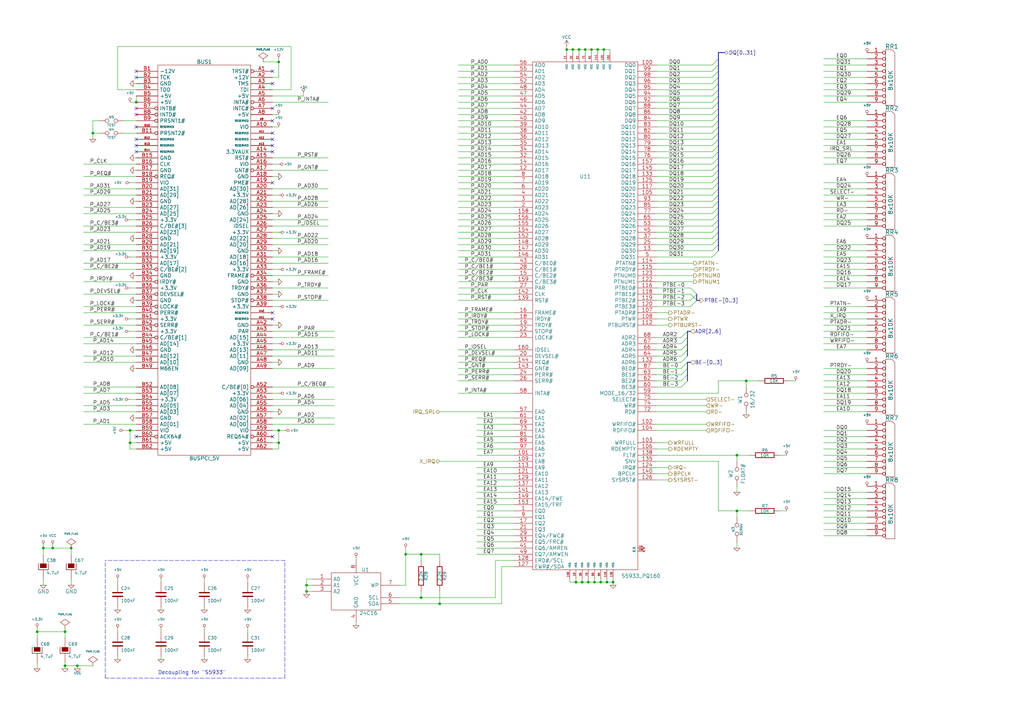
<source format=kicad_sch>
(kicad_sch (version 20230819) (generator eeschema)
  (paper "A3")
  (title_block (title "Video") (date "Sun 22 Mar 2015") (rev "2.0B") (company "Kicad EDA") (comment 1 "Interface Bus PCI"))
  (junction (at 26.67 273.05) (diameter 0.9144))
  (junction (at 242.57 20.32))
  (junction (at 125.73 242.57) (diameter 0.9144))
  (junction (at 302.26 209.55) (diameter 0.9144))
  (junction (at 236.22 238.76))
  (junction (at 114.3 25.4) (diameter 0.9144))
  (junction (at 240.03 20.32))
  (junction (at 38.1 54.61) (diameter 0.9144))
  (junction (at 245.11 20.32))
  (junction (at 180.34 247.65) (diameter 0.9144))
  (junction (at 31.75 273.05) (diameter 0.9144))
  (junction (at 53.34 181.61) (diameter 0.9144))
  (junction (at 29.21 224.79) (diameter 0.9144))
  (junction (at 114.3 181.61) (diameter 0.9144))
  (junction (at 302.26 186.69) (diameter 0.9144))
  (junction (at 246.38 238.76))
  (junction (at 234.95 20.32))
  (junction (at 241.3 238.76))
  (junction (at 172.72 227.33) (diameter 0.9144))
  (junction (at 26.67 259.08) (diameter 0.9144))
  (junction (at 251.46 238.76))
  (junction (at 243.84 238.76))
  (junction (at 55.88 41.91) (diameter 0.9144))
  (junction (at 248.92 238.76))
  (junction (at 17.78 224.79) (diameter 0.9144))
  (junction (at 237.49 20.32))
  (junction (at 53.34 176.53) (diameter 0.9144))
  (junction (at 166.37 227.33) (diameter 0.9144))
  (junction (at 306.07 156.21) (diameter 0.9144))
  (junction (at 238.76 238.76))
  (junction (at 125.73 240.03) (diameter 0.9144))
  (junction (at 247.65 20.32))
  (junction (at 232.41 20.32))
  (junction (at 114.3 176.53) (diameter 0.9144))
  (junction (at 15.24 259.08) (diameter 0.9144))
  (junction (at 21.59 224.79) (diameter 0.9144))
  (junction (at 172.72 245.11) (diameter 0.9144))
  (no_connect (at 55.88 44.45))
  (no_connect (at 55.88 52.07))
  (no_connect (at 111.76 54.61))
  (no_connect (at 111.76 62.23))
  (no_connect (at 111.76 49.53))
  (no_connect (at 111.76 59.69))
  (no_connect (at 111.76 44.45))
  (no_connect (at 111.76 34.29))
  (no_connect (at 111.76 57.15))
  (no_connect (at 111.76 29.21))
  (no_connect (at 111.76 128.27))
  (no_connect (at 111.76 74.93))
  (no_connect (at 55.88 59.69))
  (no_connect (at 55.88 62.23))
  (no_connect (at 55.88 31.75))
  (no_connect (at 55.88 179.07))
  (no_connect (at 55.88 57.15))
  (no_connect (at 55.88 46.99))
  (no_connect (at 111.76 179.07))
  (no_connect (at 111.76 130.81))
  (no_connect (at 55.88 29.21))
  (bus_entry (at 279.4 146.05) (size 2.54 -2.54) (stroke (width 0.1524)))
  (bus_entry (at 292.1 77.47) (size 2.54 -2.54) (stroke (width 0.1524)))
  (bus_entry (at 292.1 29.21) (size 2.54 -2.54) (stroke (width 0.1524)))
  (bus_entry (at 292.1 62.23) (size 2.54 -2.54) (stroke (width 0.1524)))
  (bus_entry (at 292.1 87.63) (size 2.54 -2.54) (stroke (width 0.1524)))
  (bus_entry (at 292.1 26.67) (size 2.54 -2.54) (stroke (width 0.1524)))
  (bus_entry (at 292.1 80.01) (size 2.54 -2.54) (stroke (width 0.1524)))
  (bus_entry (at 292.1 39.37) (size 2.54 -2.54) (stroke (width 0.1524)))
  (bus_entry (at 292.1 49.53) (size 2.54 -2.54) (stroke (width 0.1524)))
  (bus_entry (at 292.1 102.87) (size 2.54 -2.54) (stroke (width 0.1524)))
  (bus_entry (at 292.1 36.83) (size 2.54 -2.54) (stroke (width 0.1524)))
  (bus_entry (at 279.4 148.59) (size 2.54 -2.54) (stroke (width 0.1524)))
  (bus_entry (at 283.21 120.65) (size 2.54 2.54) (stroke (width 0.1524)))
  (bus_entry (at 292.1 52.07) (size 2.54 -2.54) (stroke (width 0.1524)))
  (bus_entry (at 279.4 140.97) (size 2.54 -2.54) (stroke (width 0.1524)))
  (bus_entry (at 292.1 34.29) (size 2.54 -2.54) (stroke (width 0.1524)))
  (bus_entry (at 292.1 82.55) (size 2.54 -2.54) (stroke (width 0.1524)))
  (bus_entry (at 292.1 46.99) (size 2.54 -2.54) (stroke (width 0.1524)))
  (bus_entry (at 279.4 151.13) (size 2.54 -2.54) (stroke (width 0.1524)))
  (bus_entry (at 283.21 118.11) (size 2.54 2.54) (stroke (width 0.1524)))
  (bus_entry (at 292.1 85.09) (size 2.54 -2.54) (stroke (width 0.1524)))
  (bus_entry (at 279.4 156.21) (size 2.54 -2.54) (stroke (width 0.1524)))
  (bus_entry (at 292.1 67.31) (size 2.54 -2.54) (stroke (width 0.1524)))
  (bus_entry (at 292.1 95.25) (size 2.54 -2.54) (stroke (width 0.1524)))
  (bus_entry (at 292.1 41.91) (size 2.54 -2.54) (stroke (width 0.1524)))
  (bus_entry (at 292.1 74.93) (size 2.54 -2.54) (stroke (width 0.1524)))
  (bus_entry (at 283.21 123.19) (size 2.54 -2.54) (stroke (width 0.1524)))
  (bus_entry (at 292.1 64.77) (size 2.54 -2.54) (stroke (width 0.1524)))
  (bus_entry (at 292.1 92.71) (size 2.54 -2.54) (stroke (width 0.1524)))
  (bus_entry (at 292.1 69.85) (size 2.54 -2.54) (stroke (width 0.1524)))
  (bus_entry (at 279.4 153.67) (size 2.54 -2.54) (stroke (width 0.1524)))
  (bus_entry (at 283.21 125.73) (size 2.54 -2.54) (stroke (width 0.1524)))
  (bus_entry (at 292.1 54.61) (size 2.54 -2.54) (stroke (width 0.1524)))
  (bus_entry (at 279.4 138.43) (size 2.54 -2.54) (stroke (width 0.1524)))
  (bus_entry (at 292.1 105.41) (size 2.54 -2.54) (stroke (width 0.1524)))
  (bus_entry (at 292.1 31.75) (size 2.54 -2.54) (stroke (width 0.1524)))
  (bus_entry (at 292.1 59.69) (size 2.54 -2.54) (stroke (width 0.1524)))
  (bus_entry (at 292.1 57.15) (size 2.54 -2.54) (stroke (width 0.1524)))
  (bus_entry (at 292.1 72.39) (size 2.54 -2.54) (stroke (width 0.1524)))
  (bus_entry (at 292.1 100.33) (size 2.54 -2.54) (stroke (width 0.1524)))
  (bus_entry (at 279.4 143.51) (size 2.54 -2.54) (stroke (width 0.1524)))
  (bus_entry (at 279.4 158.75) (size 2.54 -2.54) (stroke (width 0.1524)))
  (bus_entry (at 292.1 90.17) (size 2.54 -2.54) (stroke (width 0.1524)))
  (bus_entry (at 292.1 44.45) (size 2.54 -2.54) (stroke (width 0.1524)))
  (bus_entry (at 292.1 97.79) (size 2.54 -2.54) (stroke (width 0.1524)))
  (wire (pts (xy 337.82 189.23) (xy 355.6 189.23)))
  (wire (pts (xy 269.24 151.13) (xy 279.4 151.13)))
  (wire (pts (xy 337.82 138.43) (xy 355.6 138.43)))
  (wire (pts (xy 240.03 20.32) (xy 240.03 21.59)))
  (wire (pts (xy 111.76 151.13) (xy 137.16 151.13)))
  (wire (pts (xy 269.24 173.99) (xy 289.56 173.99)))
  (wire (pts (xy 40.64 49.53) (xy 38.1 49.53)))
  (wire (pts (xy 48.26 248.92) (xy 48.26 250.19)))
  (wire (pts (xy 269.24 189.23) (xy 294.64 189.23)))
  (wire (pts (xy 195.58 191.77) (xy 210.82 191.77)))
  (wire (pts (xy 34.29 120.65) (xy 55.88 120.65)))
  (wire (pts (xy 114.3 24.13) (xy 114.3 25.4)))
  (wire (pts (xy 269.24 196.85) (xy 274.32 196.85)))
  (wire (pts (xy 187.96 80.01) (xy 210.82 80.01)))
  (wire (pts (xy 269.24 72.39) (xy 292.1 72.39)))
  (wire (pts (xy 337.82 179.07) (xy 355.6 179.07)))
  (bus (pts (xy 294.64 21.59) (xy 294.64 24.13)))
  (wire (pts (xy 29.21 237.49) (xy 29.21 240.03)))
  (wire (pts (xy 38.1 54.61) (xy 40.64 54.61)))
  (wire (pts (xy 247.65 20.32) (xy 247.65 21.59)))
  (wire (pts (xy 203.2 245.11) (xy 203.2 229.87)))
  (wire (pts (xy 245.11 20.32) (xy 247.65 20.32)))
  (wire (pts (xy 250.19 20.32) (xy 250.19 21.59)))
  (wire (pts (xy 337.82 85.09) (xy 355.6 85.09)))
  (wire (pts (xy 337.82 52.07) (xy 355.6 52.07)))
  (wire (pts (xy 187.96 62.23) (xy 210.82 62.23)))
  (wire (pts (xy 17.78 224.79) (xy 17.78 227.33)))
  (wire (pts (xy 111.76 69.85) (xy 134.62 69.85)))
  (wire (pts (xy 111.76 41.91) (xy 134.62 41.91)))
  (wire (pts (xy 34.29 148.59) (xy 55.88 148.59)))
  (wire (pts (xy 26.67 259.08) (xy 26.67 261.62)))
  (wire (pts (xy 195.58 219.71) (xy 210.82 219.71)))
  (wire (pts (xy 111.76 72.39) (xy 114.3 72.39)))
  (wire (pts (xy 269.24 29.21) (xy 292.1 29.21)))
  (bus (pts (xy 281.94 148.59) (xy 281.94 151.13)))
  (wire (pts (xy 125.73 237.49) (xy 125.73 240.03)))
  (wire (pts (xy 302.26 186.69) (xy 307.34 186.69)))
  (wire (pts (xy 337.82 92.71) (xy 355.6 92.71)))
  (wire (pts (xy 195.58 196.85) (xy 210.82 196.85)))
  (wire (pts (xy 83.82 237.49) (xy 83.82 238.76)))
  (wire (pts (xy 337.82 204.47) (xy 355.6 204.47)))
  (wire (pts (xy 50.8 49.53) (xy 55.88 49.53)))
  (wire (pts (xy 111.76 100.33) (xy 134.62 100.33)))
  (bus (pts (xy 294.64 24.13) (xy 294.64 26.67)))
  (wire (pts (xy 34.29 115.57) (xy 55.88 115.57)))
  (wire (pts (xy 54.61 171.45) (xy 55.88 171.45)))
  (wire (pts (xy 107.95 25.4) (xy 114.3 25.4)))
  (wire (pts (xy 246.38 237.49) (xy 246.38 238.76)))
  (wire (pts (xy 166.37 227.33) (xy 166.37 240.03)))
  (wire (pts (xy 337.82 57.15) (xy 355.6 57.15)))
  (wire (pts (xy 269.24 62.23) (xy 292.1 62.23)))
  (wire (pts (xy 34.29 72.39) (xy 55.88 72.39)))
  (wire (pts (xy 34.29 146.05) (xy 55.88 146.05)))
  (wire (pts (xy 187.96 54.61) (xy 210.82 54.61)))
  (wire (pts (xy 111.76 181.61) (xy 114.3 181.61)))
  (wire (pts (xy 101.6 257.81) (xy 101.6 259.08)))
  (wire (pts (xy 187.96 31.75) (xy 210.82 31.75)))
  (wire (pts (xy 187.96 113.03) (xy 210.82 113.03)))
  (wire (pts (xy 180.34 247.65) (xy 205.74 247.65)))
  (wire (pts (xy 187.96 105.41) (xy 210.82 105.41)))
  (wire (pts (xy 248.92 237.49) (xy 248.92 238.76)))
  (wire (pts (xy 337.82 207.01) (xy 355.6 207.01)))
  (bus (pts (xy 294.64 34.29) (xy 294.64 36.83)))
  (wire (pts (xy 53.34 135.89) (xy 55.88 135.89)))
  (wire (pts (xy 302.26 199.39) (xy 302.26 201.93)))
  (wire (pts (xy 195.58 176.53) (xy 210.82 176.53)))
  (wire (pts (xy 187.96 64.77) (xy 210.82 64.77)))
  (wire (pts (xy 54.61 97.79) (xy 55.88 97.79)))
  (wire (pts (xy 241.3 237.49) (xy 241.3 238.76)))
  (wire (pts (xy 111.76 80.01) (xy 114.3 80.01)))
  (wire (pts (xy 337.82 153.67) (xy 355.6 153.67)))
  (wire (pts (xy 337.82 59.69) (xy 355.6 59.69)))
  (wire (pts (xy 337.82 133.35) (xy 355.6 133.35)))
  (wire (pts (xy 232.41 20.32) (xy 232.41 21.59)))
  (wire (pts (xy 337.82 143.51) (xy 355.6 143.51)))
  (wire (pts (xy 66.04 250.19) (xy 66.04 248.92)))
  (wire (pts (xy 55.88 151.13) (xy 54.61 151.13)))
  (wire (pts (xy 172.72 227.33) (xy 180.34 227.33)))
  (wire (pts (xy 111.76 36.83) (xy 119.38 36.83)))
  (wire (pts (xy 187.96 115.57) (xy 210.82 115.57)))
  (wire (pts (xy 187.96 52.07) (xy 210.82 52.07)))
  (wire (pts (xy 55.88 123.19) (xy 54.61 123.19)))
  (wire (pts (xy 34.29 138.43) (xy 55.88 138.43)))
  (wire (pts (xy 236.22 238.76) (xy 238.76 238.76)))
  (wire (pts (xy 242.57 20.32) (xy 242.57 21.59)))
  (wire (pts (xy 111.76 163.83) (xy 137.16 163.83)))
  (wire (pts (xy 269.24 181.61) (xy 274.32 181.61)))
  (wire (pts (xy 269.24 100.33) (xy 292.1 100.33)))
  (wire (pts (xy 241.3 238.76) (xy 243.84 238.76)))
  (wire (pts (xy 232.41 20.32) (xy 234.95 20.32)))
  (wire (pts (xy 337.82 191.77) (xy 355.6 191.77)))
  (bus (pts (xy 294.64 80.01) (xy 294.64 82.55)))
  (wire (pts (xy 195.58 201.93) (xy 210.82 201.93)))
  (wire (pts (xy 187.96 156.21) (xy 210.82 156.21)))
  (wire (pts (xy 66.04 257.81) (xy 66.04 259.08)))
  (bus (pts (xy 294.64 44.45) (xy 294.64 46.99)))
  (wire (pts (xy 111.76 123.19) (xy 134.62 123.19)))
  (wire (pts (xy 111.76 85.09) (xy 134.62 85.09)))
  (wire (pts (xy 294.64 161.29) (xy 294.64 156.21)))
  (wire (pts (xy 163.83 247.65) (xy 180.34 247.65)))
  (wire (pts (xy 21.59 223.52) (xy 21.59 224.79)))
  (polyline (pts (xy 43.18 278.13) (xy 116.84 278.13)) (stroke (width 0) (type dash)))
  (wire (pts (xy 337.82 41.91) (xy 355.6 41.91)))
  (wire (pts (xy 337.82 110.49) (xy 355.6 110.49)))
  (wire (pts (xy 337.82 135.89) (xy 355.6 135.89)))
  (wire (pts (xy 26.67 273.05) (xy 31.75 273.05)))
  (wire (pts (xy 55.88 39.37) (xy 55.88 41.91)))
  (wire (pts (xy 34.29 110.49) (xy 55.88 110.49)))
  (wire (pts (xy 306.07 156.21) (xy 311.15 156.21)))
  (wire (pts (xy 269.24 82.55) (xy 292.1 82.55)))
  (wire (pts (xy 53.34 130.81) (xy 55.88 130.81)))
  (wire (pts (xy 111.76 52.07) (xy 114.3 52.07)))
  (wire (pts (xy 187.96 123.19) (xy 210.82 123.19)))
  (wire (pts (xy 21.59 224.79) (xy 29.21 224.79)))
  (wire (pts (xy 111.76 118.11) (xy 134.62 118.11)))
  (wire (pts (xy 210.82 229.87) (xy 203.2 229.87)))
  (wire (pts (xy 111.76 95.25) (xy 114.3 95.25)))
  (wire (pts (xy 125.73 240.03) (xy 125.73 242.57)))
  (wire (pts (xy 166.37 224.79) (xy 166.37 227.33)))
  (wire (pts (xy 323.85 156.21) (xy 326.39 156.21)))
  (bus (pts (xy 281.94 143.51) (xy 281.94 146.05)))
  (wire (pts (xy 269.24 128.27) (xy 274.32 128.27)))
  (wire (pts (xy 337.82 82.55) (xy 355.6 82.55)))
  (wire (pts (xy 111.76 138.43) (xy 137.16 138.43)))
  (wire (pts (xy 111.76 115.57) (xy 114.3 115.57)))
  (wire (pts (xy 34.29 95.25) (xy 55.88 95.25)))
  (wire (pts (xy 34.29 161.29) (xy 55.88 161.29)))
  (wire (pts (xy 337.82 49.53) (xy 355.6 49.53)))
  (wire (pts (xy 34.29 102.87) (xy 55.88 102.87)))
  (wire (pts (xy 111.76 87.63) (xy 114.3 87.63)))
  (wire (pts (xy 269.24 59.69) (xy 292.1 59.69)))
  (wire (pts (xy 269.24 107.95) (xy 284.48 107.95)))
  (wire (pts (xy 337.82 64.77) (xy 355.6 64.77)))
  (wire (pts (xy 48.26 19.05) (xy 119.38 19.05)))
  (wire (pts (xy 269.24 140.97) (xy 279.4 140.97)))
  (wire (pts (xy 269.24 148.59) (xy 279.4 148.59)))
  (wire (pts (xy 238.76 238.76) (xy 241.3 238.76)))
  (bus (pts (xy 294.64 77.47) (xy 294.64 80.01)))
  (wire (pts (xy 269.24 54.61) (xy 292.1 54.61)))
  (wire (pts (xy 232.41 19.05) (xy 232.41 20.32)))
  (bus (pts (xy 287.02 123.19) (xy 285.75 123.19)))
  (wire (pts (xy 302.26 186.69) (xy 302.26 189.23)))
  (wire (pts (xy 242.57 20.32) (xy 245.11 20.32)))
  (wire (pts (xy 187.96 59.69) (xy 210.82 59.69)))
  (wire (pts (xy 269.24 168.91) (xy 289.56 168.91)))
  (wire (pts (xy 337.82 156.21) (xy 355.6 156.21)))
  (wire (pts (xy 195.58 224.79) (xy 210.82 224.79)))
  (wire (pts (xy 111.76 173.99) (xy 137.16 173.99)))
  (bus (pts (xy 294.64 90.17) (xy 294.64 92.71)))
  (wire (pts (xy 114.3 176.53) (xy 114.3 181.61)))
  (wire (pts (xy 269.24 118.11) (xy 283.21 118.11)))
  (wire (pts (xy 187.96 130.81) (xy 210.82 130.81)))
  (wire (pts (xy 233.68 237.49) (xy 233.68 238.76)))
  (wire (pts (xy 34.29 168.91) (xy 55.88 168.91)))
  (wire (pts (xy 187.96 100.33) (xy 210.82 100.33)))
  (wire (pts (xy 302.26 222.25) (xy 302.26 224.79)))
  (wire (pts (xy 34.29 100.33) (xy 55.88 100.33)))
  (wire (pts (xy 111.76 46.99) (xy 114.3 46.99)))
  (wire (pts (xy 269.24 77.47) (xy 292.1 77.47)))
  (wire (pts (xy 269.24 67.31) (xy 292.1 67.31)))
  (wire (pts (xy 195.58 204.47) (xy 210.82 204.47)))
  (wire (pts (xy 55.88 34.29) (xy 54.61 34.29)))
  (bus (pts (xy 294.64 85.09) (xy 294.64 87.63)))
  (wire (pts (xy 34.29 107.95) (xy 55.88 107.95)))
  (wire (pts (xy 187.96 29.21) (xy 210.82 29.21)))
  (wire (pts (xy 187.96 85.09) (xy 210.82 85.09)))
  (wire (pts (xy 53.34 184.15) (xy 55.88 184.15)))
  (wire (pts (xy 269.24 57.15) (xy 292.1 57.15)))
  (wire (pts (xy 34.29 140.97) (xy 55.88 140.97)))
  (wire (pts (xy 234.95 20.32) (xy 234.95 21.59)))
  (wire (pts (xy 111.76 82.55) (xy 134.62 82.55)))
  (wire (pts (xy 269.24 87.63) (xy 292.1 87.63)))
  (wire (pts (xy 48.26 269.24) (xy 48.26 270.51)))
  (wire (pts (xy 125.73 242.57) (xy 125.73 243.84)))
  (wire (pts (xy 187.96 49.53) (xy 210.82 49.53)))
  (wire (pts (xy 337.82 214.63) (xy 355.6 214.63)))
  (wire (pts (xy 53.34 118.11) (xy 55.88 118.11)))
  (wire (pts (xy 111.76 113.03) (xy 134.62 113.03)))
  (wire (pts (xy 54.61 82.55) (xy 55.88 82.55)))
  (bus (pts (xy 294.64 54.61) (xy 294.64 57.15)))
  (wire (pts (xy 269.24 138.43) (xy 279.4 138.43)))
  (wire (pts (xy 269.24 163.83) (xy 289.56 163.83)))
  (wire (pts (xy 125.73 237.49) (xy 128.27 237.49)))
  (wire (pts (xy 187.96 97.79) (xy 210.82 97.79)))
  (wire (pts (xy 205.74 247.65) (xy 205.74 232.41)))
  (wire (pts (xy 187.96 146.05) (xy 210.82 146.05)))
  (wire (pts (xy 210.82 232.41) (xy 205.74 232.41)))
  (wire (pts (xy 195.58 179.07) (xy 210.82 179.07)))
  (bus (pts (xy 294.64 82.55) (xy 294.64 85.09)))
  (wire (pts (xy 66.04 238.76) (xy 66.04 237.49)))
  (wire (pts (xy 269.24 64.77) (xy 292.1 64.77)))
  (wire (pts (xy 187.96 26.67) (xy 210.82 26.67)))
  (wire (pts (xy 187.96 44.45) (xy 210.82 44.45)))
  (wire (pts (xy 269.24 36.83) (xy 292.1 36.83)))
  (wire (pts (xy 111.76 67.31) (xy 114.3 67.31)))
  (wire (pts (xy 187.96 128.27) (xy 210.82 128.27)))
  (wire (pts (xy 337.82 67.31) (xy 355.6 67.31)))
  (bus (pts (xy 294.64 52.07) (xy 294.64 54.61)))
  (wire (pts (xy 251.46 237.49) (xy 251.46 238.76)))
  (wire (pts (xy 111.76 102.87) (xy 114.3 102.87)))
  (wire (pts (xy 337.82 125.73) (xy 355.6 125.73)))
  (wire (pts (xy 187.96 87.63) (xy 210.82 87.63)))
  (wire (pts (xy 111.76 176.53) (xy 114.3 176.53)))
  (wire (pts (xy 240.03 20.32) (xy 242.57 20.32)))
  (wire (pts (xy 50.8 176.53) (xy 53.34 176.53)))
  (wire (pts (xy 180.34 189.23) (xy 210.82 189.23)))
  (wire (pts (xy 187.96 138.43) (xy 210.82 138.43)))
  (wire (pts (xy 187.96 110.49) (xy 210.82 110.49)))
  (wire (pts (xy 187.96 72.39) (xy 210.82 72.39)))
  (wire (pts (xy 195.58 171.45) (xy 210.82 171.45)))
  (wire (pts (xy 337.82 163.83) (xy 355.6 163.83)))
  (wire (pts (xy 269.24 191.77) (xy 274.32 191.77)))
  (wire (pts (xy 269.24 161.29) (xy 294.64 161.29)))
  (bus (pts (xy 294.64 57.15) (xy 294.64 59.69)))
  (wire (pts (xy 34.29 133.35) (xy 55.88 133.35)))
  (wire (pts (xy 243.84 238.76) (xy 246.38 238.76)))
  (wire (pts (xy 187.96 143.51) (xy 210.82 143.51)))
  (wire (pts (xy 101.6 237.49) (xy 101.6 238.76)))
  (wire (pts (xy 195.58 222.25) (xy 210.82 222.25)))
  (wire (pts (xy 320.04 209.55) (xy 322.58 209.55)))
  (wire (pts (xy 269.24 41.91) (xy 292.1 41.91)))
  (wire (pts (xy 187.96 74.93) (xy 210.82 74.93)))
  (wire (pts (xy 55.88 113.03) (xy 54.61 113.03)))
  (wire (pts (xy 111.76 133.35) (xy 114.3 133.35)))
  (wire (pts (xy 172.72 227.33) (xy 172.72 229.87)))
  (wire (pts (xy 269.24 92.71) (xy 292.1 92.71)))
  (wire (pts (xy 195.58 181.61) (xy 210.82 181.61)))
  (wire (pts (xy 246.38 238.76) (xy 248.92 238.76)))
  (wire (pts (xy 166.37 240.03) (xy 163.83 240.03)))
  (wire (pts (xy 187.96 148.59) (xy 210.82 148.59)))
  (wire (pts (xy 195.58 186.69) (xy 210.82 186.69)))
  (wire (pts (xy 55.88 36.83) (xy 48.26 36.83)))
  (wire (pts (xy 187.96 95.25) (xy 210.82 95.25)))
  (wire (pts (xy 54.61 143.51) (xy 55.88 143.51)))
  (wire (pts (xy 269.24 194.31) (xy 274.32 194.31)))
  (wire (pts (xy 34.29 173.99) (xy 55.88 173.99)))
  (wire (pts (xy 269.24 123.19) (xy 283.21 123.19)))
  (bus (pts (xy 294.64 67.31) (xy 294.64 69.85)))
  (wire (pts (xy 53.34 74.93) (xy 55.88 74.93)))
  (wire (pts (xy 187.96 46.99) (xy 210.82 46.99)))
  (wire (pts (xy 337.82 140.97) (xy 355.6 140.97)))
  (bus (pts (xy 294.64 31.75) (xy 294.64 34.29)))
  (bus (pts (xy 294.64 92.71) (xy 294.64 95.25)))
  (bus (pts (xy 281.94 148.59) (xy 283.21 148.59)))
  (wire (pts (xy 53.34 105.41) (xy 55.88 105.41)))
  (wire (pts (xy 180.34 227.33) (xy 180.34 229.87)))
  (wire (pts (xy 101.6 269.24) (xy 101.6 270.51)))
  (wire (pts (xy 111.76 92.71) (xy 134.62 92.71)))
  (wire (pts (xy 195.58 184.15) (xy 210.82 184.15)))
  (wire (pts (xy 269.24 97.79) (xy 292.1 97.79)))
  (wire (pts (xy 269.24 34.29) (xy 292.1 34.29)))
  (wire (pts (xy 195.58 207.01) (xy 210.82 207.01)))
  (wire (pts (xy 195.58 217.17) (xy 210.82 217.17)))
  (wire (pts (xy 251.46 238.76) (xy 251.46 240.03)))
  (bus (pts (xy 281.94 140.97) (xy 281.94 143.51)))
  (wire (pts (xy 48.26 257.81) (xy 48.26 259.08)))
  (bus (pts (xy 294.64 49.53) (xy 294.64 52.07)))
  (wire (pts (xy 337.82 161.29) (xy 355.6 161.29)))
  (wire (pts (xy 15.24 257.81) (xy 15.24 259.08)))
  (wire (pts (xy 195.58 199.39) (xy 210.82 199.39)))
  (wire (pts (xy 195.58 214.63) (xy 210.82 214.63)))
  (wire (pts (xy 269.24 39.37) (xy 292.1 39.37)))
  (wire (pts (xy 337.82 31.75) (xy 355.6 31.75)))
  (wire (pts (xy 26.67 273.05) (xy 26.67 274.32)))
  (wire (pts (xy 31.75 273.05) (xy 31.75 274.32)))
  (wire (pts (xy 269.24 166.37) (xy 289.56 166.37)))
  (wire (pts (xy 306.07 156.21) (xy 306.07 158.75)))
  (wire (pts (xy 269.24 69.85) (xy 292.1 69.85)))
  (wire (pts (xy 269.24 95.25) (xy 292.1 95.25)))
  (bus (pts (xy 294.64 72.39) (xy 294.64 74.93)))
  (wire (pts (xy 111.76 171.45) (xy 137.16 171.45)))
  (wire (pts (xy 111.76 158.75) (xy 137.16 158.75)))
  (wire (pts (xy 269.24 44.45) (xy 292.1 44.45)))
  (wire (pts (xy 269.24 153.67) (xy 279.4 153.67)))
  (wire (pts (xy 83.82 250.19) (xy 83.82 248.92)))
  (wire (pts (xy 166.37 227.33) (xy 172.72 227.33)))
  (wire (pts (xy 337.82 24.13) (xy 355.6 24.13)))
  (bus (pts (xy 294.64 36.83) (xy 294.64 39.37)))
  (bus (pts (xy 285.75 123.19) (xy 285.75 120.65)))
  (wire (pts (xy 187.96 41.91) (xy 210.82 41.91)))
  (wire (pts (xy 34.29 77.47) (xy 55.88 77.47)))
  (bus (pts (xy 294.64 29.21) (xy 294.64 31.75)))
  (wire (pts (xy 243.84 237.49) (xy 243.84 238.76)))
  (wire (pts (xy 187.96 39.37) (xy 210.82 39.37)))
  (bus (pts (xy 294.64 64.77) (xy 294.64 67.31)))
  (wire (pts (xy 187.96 34.29) (xy 210.82 34.29)))
  (bus (pts (xy 294.64 97.79) (xy 294.64 100.33)))
  (wire (pts (xy 111.76 143.51) (xy 137.16 143.51)))
  (wire (pts (xy 180.34 168.91) (xy 210.82 168.91)))
  (bus (pts (xy 294.64 87.63) (xy 294.64 90.17)))
  (bus (pts (xy 281.94 151.13) (xy 281.94 153.67)))
  (wire (pts (xy 15.24 259.08) (xy 26.67 259.08)))
  (wire (pts (xy 269.24 158.75) (xy 279.4 158.75)))
  (wire (pts (xy 187.96 92.71) (xy 210.82 92.71)))
  (wire (pts (xy 146.05 228.6) (xy 146.05 229.87)))
  (wire (pts (xy 294.64 189.23) (xy 294.64 209.55)))
  (wire (pts (xy 187.96 67.31) (xy 210.82 67.31)))
  (wire (pts (xy 269.24 130.81) (xy 274.32 130.81)))
  (wire (pts (xy 337.82 107.95) (xy 355.6 107.95)))
  (wire (pts (xy 337.82 158.75) (xy 355.6 158.75)))
  (wire (pts (xy 15.24 271.78) (xy 15.24 274.32)))
  (wire (pts (xy 269.24 90.17) (xy 292.1 90.17)))
  (wire (pts (xy 34.29 158.75) (xy 55.88 158.75)))
  (wire (pts (xy 114.3 25.4) (xy 114.3 31.75)))
  (wire (pts (xy 111.76 39.37) (xy 124.46 39.37)))
  (wire (pts (xy 337.82 194.31) (xy 355.6 194.31)))
  (bus (pts (xy 281.94 153.67) (xy 281.94 156.21)))
  (wire (pts (xy 337.82 100.33) (xy 355.6 100.33)))
  (wire (pts (xy 111.76 64.77) (xy 134.62 64.77)))
  (wire (pts (xy 34.29 125.73) (xy 55.88 125.73)))
  (wire (pts (xy 269.24 113.03) (xy 284.48 113.03)))
  (wire (pts (xy 337.82 105.41) (xy 355.6 105.41)))
  (wire (pts (xy 146.05 255.27) (xy 146.05 256.54)))
  (wire (pts (xy 269.24 105.41) (xy 292.1 105.41)))
  (wire (pts (xy 306.07 170.18) (xy 306.07 168.91)))
  (wire (pts (xy 34.29 92.71) (xy 55.88 92.71)))
  (wire (pts (xy 163.83 245.11) (xy 172.72 245.11)))
  (wire (pts (xy 269.24 26.67) (xy 292.1 26.67)))
  (wire (pts (xy 34.29 80.01) (xy 55.88 80.01)))
  (wire (pts (xy 119.38 36.83) (xy 119.38 19.05)))
  (wire (pts (xy 53.34 176.53) (xy 53.34 181.61)))
  (wire (pts (xy 187.96 90.17) (xy 210.82 90.17)))
  (wire (pts (xy 187.96 151.13) (xy 210.82 151.13)))
  (wire (pts (xy 111.76 77.47) (xy 134.62 77.47)))
  (wire (pts (xy 233.68 238.76) (xy 236.22 238.76)))
  (wire (pts (xy 269.24 85.09) (xy 292.1 85.09)))
  (wire (pts (xy 269.24 110.49) (xy 284.48 110.49)))
  (wire (pts (xy 26.67 257.81) (xy 26.67 259.08)))
  (wire (pts (xy 172.72 245.11) (xy 203.2 245.11)))
  (wire (pts (xy 269.24 74.93) (xy 292.1 74.93)))
  (wire (pts (xy 187.96 118.11) (xy 210.82 118.11)))
  (wire (pts (xy 337.82 212.09) (xy 355.6 212.09)))
  (bus (pts (xy 281.94 138.43) (xy 281.94 140.97)))
  (bus (pts (xy 294.64 62.23) (xy 294.64 64.77)))
  (wire (pts (xy 114.3 176.53) (xy 116.84 176.53)))
  (wire (pts (xy 34.29 85.09) (xy 55.88 85.09)))
  (wire (pts (xy 29.21 224.79) (xy 29.21 227.33)))
  (wire (pts (xy 111.76 146.05) (xy 137.16 146.05)))
  (bus (pts (xy 294.64 21.59) (xy 297.18 21.59)))
  (wire (pts (xy 125.73 240.03) (xy 128.27 240.03)))
  (wire (pts (xy 111.76 166.37) (xy 137.16 166.37)))
  (wire (pts (xy 269.24 143.51) (xy 279.4 143.51)))
  (wire (pts (xy 337.82 102.87) (xy 355.6 102.87)))
  (bus (pts (xy 281.94 135.89) (xy 281.94 138.43)))
  (wire (pts (xy 66.04 269.24) (xy 66.04 270.51)))
  (wire (pts (xy 187.96 107.95) (xy 210.82 107.95)))
  (bus (pts (xy 294.64 74.93) (xy 294.64 77.47)))
  (wire (pts (xy 55.88 41.91) (xy 53.34 41.91)))
  (wire (pts (xy 111.76 125.73) (xy 114.3 125.73)))
  (bus (pts (xy 294.64 39.37) (xy 294.64 41.91)))
  (wire (pts (xy 269.24 80.01) (xy 292.1 80.01)))
  (wire (pts (xy 111.76 110.49) (xy 114.3 110.49)))
  (wire (pts (xy 180.34 242.57) (xy 180.34 247.65)))
  (wire (pts (xy 269.24 186.69) (xy 302.26 186.69)))
  (wire (pts (xy 195.58 173.99) (xy 210.82 173.99)))
  (wire (pts (xy 237.49 20.32) (xy 240.03 20.32)))
  (wire (pts (xy 15.24 259.08) (xy 15.24 261.62)))
  (wire (pts (xy 53.34 176.53) (xy 55.88 176.53)))
  (polyline (pts (xy 116.84 229.87) (xy 43.18 229.87)) (stroke (width 0) (type dash)))
  (wire (pts (xy 337.82 29.21) (xy 355.6 29.21)))
  (wire (pts (xy 337.82 62.23) (xy 355.6 62.23)))
  (wire (pts (xy 187.96 120.65) (xy 210.82 120.65)))
  (wire (pts (xy 337.82 128.27) (xy 355.6 128.27)))
  (wire (pts (xy 187.96 102.87) (xy 210.82 102.87)))
  (wire (pts (xy 83.82 269.24) (xy 83.82 270.51)))
  (wire (pts (xy 269.24 156.21) (xy 279.4 156.21)))
  (wire (pts (xy 187.96 135.89) (xy 210.82 135.89)))
  (wire (pts (xy 269.24 133.35) (xy 274.32 133.35)))
  (wire (pts (xy 269.24 102.87) (xy 292.1 102.87)))
  (wire (pts (xy 337.82 166.37) (xy 355.6 166.37)))
  (wire (pts (xy 83.82 259.08) (xy 83.82 257.81)))
  (wire (pts (xy 34.29 166.37) (xy 55.88 166.37)))
  (wire (pts (xy 269.24 52.07) (xy 292.1 52.07)))
  (wire (pts (xy 187.96 153.67) (xy 210.82 153.67)))
  (wire (pts (xy 337.82 74.93) (xy 355.6 74.93)))
  (wire (pts (xy 195.58 209.55) (xy 210.82 209.55)))
  (wire (pts (xy 114.3 184.15) (xy 111.76 184.15)))
  (wire (pts (xy 337.82 113.03) (xy 355.6 113.03)))
  (wire (pts (xy 187.96 57.15) (xy 210.82 57.15)))
  (wire (pts (xy 48.26 36.83) (xy 48.26 19.05)))
  (wire (pts (xy 337.82 118.11) (xy 355.6 118.11)))
  (wire (pts (xy 337.82 39.37) (xy 355.6 39.37)))
  (wire (pts (xy 187.96 69.85) (xy 210.82 69.85)))
  (wire (pts (xy 38.1 49.53) (xy 38.1 54.61)))
  (wire (pts (xy 195.58 212.09) (xy 210.82 212.09)))
  (wire (pts (xy 269.24 146.05) (xy 279.4 146.05)))
  (wire (pts (xy 302.26 209.55) (xy 302.26 212.09)))
  (wire (pts (xy 337.82 77.47) (xy 355.6 77.47)))
  (wire (pts (xy 125.73 242.57) (xy 128.27 242.57)))
  (wire (pts (xy 294.64 209.55) (xy 302.26 209.55)))
  (wire (pts (xy 111.76 135.89) (xy 137.16 135.89)))
  (wire (pts (xy 269.24 46.99) (xy 292.1 46.99)))
  (wire (pts (xy 187.96 77.47) (xy 210.82 77.47)))
  (wire (pts (xy 238.76 237.49) (xy 238.76 238.76)))
  (wire (pts (xy 111.76 161.29) (xy 114.3 161.29)))
  (wire (pts (xy 237.49 20.32) (xy 237.49 21.59)))
  (wire (pts (xy 53.34 181.61) (xy 53.34 184.15)))
  (wire (pts (xy 124.46 39.37) (xy 124.46 38.1)))
  (wire (pts (xy 111.76 168.91) (xy 114.3 168.91)))
  (bus (pts (xy 294.64 69.85) (xy 294.64 72.39)))
  (wire (pts (xy 245.11 20.32) (xy 245.11 21.59)))
  (wire (pts (xy 111.76 107.95) (xy 134.62 107.95)))
  (wire (pts (xy 101.6 250.19) (xy 101.6 248.92)))
  (wire (pts (xy 337.82 186.69) (xy 355.6 186.69)))
  (wire (pts (xy 269.24 125.73) (xy 283.21 125.73)))
  (wire (pts (xy 337.82 184.15) (xy 355.6 184.15)))
  (wire (pts (xy 111.76 90.17) (xy 134.62 90.17)))
  (wire (pts (xy 195.58 194.31) (xy 210.82 194.31)))
  (polyline (pts (xy 116.84 278.13) (xy 116.84 229.87)) (stroke (width 0) (type dash)))
  (wire (pts (xy 320.04 186.69) (xy 322.58 186.69)))
  (wire (pts (xy 234.95 20.32) (xy 237.49 20.32)))
  (wire (pts (xy 54.61 69.85) (xy 55.88 69.85)))
  (wire (pts (xy 195.58 227.33) (xy 210.82 227.33)))
  (wire (pts (xy 17.78 237.49) (xy 17.78 240.03)))
  (wire (pts (xy 294.64 156.21) (xy 306.07 156.21)))
  (wire (pts (xy 114.3 31.75) (xy 111.76 31.75)))
  (wire (pts (xy 269.24 184.15) (xy 274.32 184.15)))
  (polyline (pts (xy 43.18 278.13) (xy 43.18 229.87)) (stroke (width 0) (type dash)))
  (wire (pts (xy 337.82 80.01) (xy 355.6 80.01)))
  (wire (pts (xy 337.82 181.61) (xy 355.6 181.61)))
  (wire (pts (xy 34.29 128.27) (xy 55.88 128.27)))
  (wire (pts (xy 53.34 163.83) (xy 55.88 163.83)))
  (bus (pts (xy 294.64 59.69) (xy 294.64 62.23)))
  (wire (pts (xy 111.76 120.65) (xy 114.3 120.65)))
  (wire (pts (xy 31.75 273.05) (xy 38.1 273.05)))
  (wire (pts (xy 55.88 64.77) (xy 54.61 64.77)))
  (wire (pts (xy 17.78 224.79) (xy 21.59 224.79)))
  (wire (pts (xy 269.24 120.65) (xy 283.21 120.65)))
  (wire (pts (xy 111.76 97.79) (xy 134.62 97.79)))
  (bus (pts (xy 294.64 26.67) (xy 294.64 29.21)))
  (bus (pts (xy 294.64 100.33) (xy 294.64 102.87)))
  (wire (pts (xy 247.65 20.32) (xy 250.19 20.32)))
  (wire (pts (xy 337.82 168.91) (xy 355.6 168.91)))
  (wire (pts (xy 337.82 176.53) (xy 355.6 176.53)))
  (wire (pts (xy 111.76 148.59) (xy 114.3 148.59)))
  (wire (pts (xy 337.82 151.13) (xy 355.6 151.13)))
  (wire (pts (xy 337.82 34.29) (xy 355.6 34.29)))
  (wire (pts (xy 34.29 87.63) (xy 55.88 87.63)))
  (bus (pts (xy 294.64 41.91) (xy 294.64 44.45)))
  (wire (pts (xy 38.1 54.61) (xy 38.1 57.15)))
  (wire (pts (xy 34.29 67.31) (xy 55.88 67.31)))
  (wire (pts (xy 187.96 36.83) (xy 210.82 36.83)))
  (wire (pts (xy 53.34 181.61) (xy 55.88 181.61)))
  (wire (pts (xy 48.26 237.49) (xy 48.26 238.76)))
  (wire (pts (xy 269.24 49.53) (xy 292.1 49.53)))
  (wire (pts (xy 53.34 90.17) (xy 55.88 90.17)))
  (wire (pts (xy 337.82 201.93) (xy 355.6 201.93)))
  (wire (pts (xy 337.82 130.81) (xy 355.6 130.81)))
  (wire (pts (xy 337.82 90.17) (xy 355.6 90.17)))
  (wire (pts (xy 236.22 237.49) (xy 236.22 238.76)))
  (wire (pts (xy 337.82 219.71) (xy 355.6 219.71)))
  (wire (pts (xy 187.96 161.29) (xy 210.82 161.29)))
  (wire (pts (xy 111.76 105.41) (xy 134.62 105.41)))
  (wire (pts (xy 187.96 82.55) (xy 210.82 82.55)))
  (wire (pts (xy 337.82 36.83) (xy 355.6 36.83)))
  (wire (pts (xy 114.3 181.61) (xy 114.3 184.15)))
  (bus (pts (xy 281.94 135.89) (xy 283.21 135.89)))
  (wire (pts (xy 269.24 115.57) (xy 284.48 115.57)))
  (wire (pts (xy 302.26 209.55) (xy 307.34 209.55)))
  (wire (pts (xy 337.82 217.17) (xy 355.6 217.17)))
  (wire (pts (xy 111.76 140.97) (xy 114.3 140.97)))
  (wire (pts (xy 269.24 31.75) (xy 292.1 31.75)))
  (wire (pts (xy 337.82 115.57) (xy 355.6 115.57)))
  (wire (pts (xy 337.82 54.61) (xy 355.6 54.61)))
  (wire (pts (xy 17.78 223.52) (xy 17.78 224.79)))
  (wire (pts (xy 337.82 26.67) (xy 355.6 26.67)))
  (wire (pts (xy 337.82 209.55) (xy 355.6 209.55)))
  (wire (pts (xy 26.67 271.78) (xy 26.67 273.05)))
  (wire (pts (xy 172.72 242.57) (xy 172.72 245.11)))
  (wire (pts (xy 187.96 133.35) (xy 210.82 133.35)))
  (wire (pts (xy 50.8 54.61) (xy 55.88 54.61)))
  (bus (pts (xy 294.64 46.99) (xy 294.64 49.53)))
  (wire (pts (xy 337.82 87.63) (xy 355.6 87.63)))
  (wire (pts (xy 269.24 176.53) (xy 289.56 176.53)))
  (wire (pts (xy 248.92 238.76) (xy 251.46 238.76)))
  (bus (pts (xy 294.64 95.25) (xy 294.64 97.79)))
  (text "Decoupling for \"S5933\"" (at 64.77 276.86 0) (effects (font (size 1.524 1.524)) (justify left bottom)))
  (label "EA6" (at 342.9 100.33 0) (effects (font (size 1.524 1.524))))
  (label "PTBE-1" (at 271.78 120.65 0) (effects (font (size 1.524 1.524))))
  (label "EA12" (at 198.12 199.39 0) (effects (font (size 1.524 1.524))))
  (label "P_AD23" (at 193.04 85.09 0) (effects (font (size 1.524 1.524))))
  (label "DQ11" (at 342.9 212.09 0) (effects (font (size 1.524 1.524))))
  (label "P_AD26" (at 193.04 92.71 0) (effects (font (size 1.524 1.524))))
  (label "P_C/BE0#" (at 121.92 158.75 0) (effects (font (size 1.524 1.524))))
  (label "P_IDSEL" (at 121.92 92.71 0) (effects (font (size 1.524 1.524))))
  (label "P_AD0" (at 121.92 173.99 0) (effects (font (size 1.524 1.524))))
  (label "P_AD22" (at 193.04 82.55 0) (effects (font (size 1.524 1.524))))
  (label "P_IRDY#" (at 190.5 130.81 0) (effects (font (size 1.524 1.524))))
  (label "DQ8" (at 342.9 219.71 0) (effects (font (size 1.524 1.524))))
  (label "P_AD13" (at 193.04 59.69 0) (effects (font (size 1.524 1.524))))
  (label "EA9" (at 342.9 128.27 0) (effects (font (size 1.524 1.524))))
  (label "P_AD7" (at 38.1 161.29 0) (effects (font (size 1.524 1.524))))
  (label "DQ1" (at 274.32 29.21 0) (effects (font (size 1.524 1.524))))
  (label "EA10" (at 342.9 168.91 0) (effects (font (size 1.524 1.524))))
  (label "DQ30" (at 274.32 102.87 0) (effects (font (size 1.524 1.524))))
  (label "DQ31" (at 274.32 105.41 0) (effects (font (size 1.524 1.524))))
  (label "EA14" (at 342.9 115.57 0) (effects (font (size 1.524 1.524))))
  (label "P_AD30" (at 121.92 77.47 0) (effects (font (size 1.524 1.524))))
  (label "P_AD11" (at 121.92 146.05 0) (effects (font (size 1.524 1.524))))
  (label "DQ0" (at 342.9 176.53 0) (effects (font (size 1.524 1.524))))
  (label "EQ0" (at 342.9 24.13 0) (effects (font (size 1.524 1.524))))
  (label "EQ7" (at 198.12 227.33 0) (effects (font (size 1.524 1.524))))
  (label "P_AD2" (at 121.92 171.45 0) (effects (font (size 1.524 1.524))))
  (label "P_CLK" (at 193.04 120.65 0) (effects (font (size 1.524 1.524))))
  (label "BE-0" (at 271.78 151.13 0) (effects (font (size 1.524 1.524))))
  (label "EQ5" (at 198.12 222.25 0) (effects (font (size 1.524 1.524))))
  (label "EA1" (at 342.9 59.69 0) (effects (font (size 1.524 1.524))))
  (label "DQ12" (at 274.32 57.15 0) (effects (font (size 1.524 1.524))))
  (label "EQ4" (at 198.12 219.71 0) (effects (font (size 1.524 1.524))))
  (label "DQ16" (at 274.32 67.31 0) (effects (font (size 1.524 1.524))))
  (label "P_AD4" (at 121.92 166.37 0) (effects (font (size 1.524 1.524))))
  (label "P_TRDY#" (at 121.92 118.11 0) (effects (font (size 1.524 1.524))))
  (label "P_CLK" (at 36.83 67.31 0) (effects (font (size 1.524 1.524))))
  (label "EA2" (at 342.9 90.17 0) (effects (font (size 1.524 1.524))))
  (label "DQ3" (at 342.9 184.15 0) (effects (font (size 1.524 1.524))))
  (label "DQ17" (at 342.9 118.11 0) (effects (font (size 1.524 1.524))))
  (label "P_INTA#" (at 121.92 41.91 0) (effects (font (size 1.524 1.524))))
  (label "ADR4" (at 271.78 143.51 0) (effects (font (size 1.524 1.524))))
  (label "EA12" (at 342.9 158.75 0) (effects (font (size 1.524 1.524))))
  (label "ADR5" (at 271.78 146.05 0) (effects (font (size 1.524 1.524))))
  (label "DQ7" (at 342.9 194.31 0) (effects (font (size 1.524 1.524))))
  (label "EQ2" (at 342.9 34.29 0) (effects (font (size 1.524 1.524))))
  (label "RD-" (at 342.9 87.63 0) (effects (font (size 1.524 1.524))))
  (label "DQ25" (at 342.9 92.71 0) (effects (font (size 1.524 1.524))))
  (label "DQ4" (at 274.32 36.83 0) (effects (font (size 1.524 1.524))))
  (label "DQ26" (at 342.9 64.77 0) (effects (font (size 1.524 1.524))))
  (label "PTADR-" (at 340.36 133.35 0) (effects (font (size 1.524 1.524))))
  (label "P_SERR#" (at 190.5 156.21 0) (effects (font (size 1.524 1.524))))
  (label "P_C/BE1#" (at 36.83 138.43 0) (effects (font (size 1.524 1.524))))
  (label "P_AD24" (at 121.92 90.17 0) (effects (font (size 1.524 1.524))))
  (label "EQ3" (at 342.9 36.83 0) (effects (font (size 1.524 1.524))))
  (label "DQ23" (at 342.9 107.95 0) (effects (font (size 1.524 1.524))))
  (label "EA2" (at 198.12 173.99 0) (effects (font (size 1.524 1.524))))
  (label "P_AD4" (at 193.04 36.83 0) (effects (font (size 1.524 1.524))))
  (label "P_AD16" (at 193.04 67.31 0) (effects (font (size 1.524 1.524))))
  (label "EA5" (at 198.12 181.61 0) (effects (font (size 1.524 1.524))))
  (label "DQ10" (at 274.32 52.07 0) (effects (font (size 1.524 1.524))))
  (label "DQ9" (at 342.9 217.17 0) (effects (font (size 1.524 1.524))))
  (label "P_FRAME#" (at 190.5 128.27 0) (effects (font (size 1.524 1.524))))
  (label "DQ15" (at 342.9 201.93 0) (effects (font (size 1.524 1.524))))
  (label "P_AD12" (at 38.1 146.05 0) (effects (font (size 1.524 1.524))))
  (label "DQ8" (at 274.32 46.99 0) (effects (font (size 1.524 1.524))))
  (label "DQ15" (at 274.32 64.77 0) (effects (font (size 1.524 1.524))))
  (label "P_C/BE2#" (at 190.5 113.03 0) (effects (font (size 1.524 1.524))))
  (label "EQ6" (at 198.12 224.79 0) (effects (font (size 1.524 1.524))))
  (label "P_AD17" (at 36.83 107.95 0) (effects (font (size 1.524 1.524))))
  (label "DQ19" (at 342.9 166.37 0) (effects (font (size 1.524 1.524))))
  (label "DQ16" (at 342.9 113.03 0) (effects (font (size 1.524 1.524))))
  (label "DQ13" (at 342.9 207.01 0) (effects (font (size 1.524 1.524))))
  (label "P_AD15" (at 121.92 138.43 0) (effects (font (size 1.524 1.524))))
  (label "P_AD28" (at 193.04 97.79 0) (effects (font (size 1.524 1.524))))
  (label "P_IRDY#" (at 36.83 115.57 0) (effects (font (size 1.524 1.524))))
  (label "P_AD14" (at 38.1 140.97 0) (effects (font (size 1.524 1.524))))
  (label "DQ19" (at 274.32 74.93 0) (effects (font (size 1.524 1.524))))
  (label "DQ26" (at 274.32 92.71 0) (effects (font (size 1.524 1.524))))
  (label "P_PERR#" (at 36.83 128.27 0) (effects (font (size 1.524 1.524))))
  (label "DQ18" (at 274.32 72.39 0) (effects (font (size 1.524 1.524))))
  (label "P_PAR" (at 193.04 118.11 0) (effects (font (size 1.524 1.524))))
  (label "DQ2" (at 342.9 181.61 0) (effects (font (size 1.524 1.524))))
  (label "P_AD19" (at 193.04 74.93 0) (effects (font (size 1.524 1.524))))
  (label "DQ24" (at 342.9 77.47 0) (effects (font (size 1.524 1.524))))
  (label "DQ13" (at 274.32 59.69 0) (effects (font (size 1.524 1.524))))
  (label "BE-1" (at 271.78 153.67 0) (effects (font (size 1.524 1.524))))
  (label "EA14" (at 198.12 204.47 0) (effects (font (size 1.524 1.524))))
  (label "EA15" (at 198.12 207.01 0) (effects (font (size 1.524 1.524))))
  (label "P_C/BE2#" (at 36.83 110.49 0) (effects (font (size 1.524 1.524))))
  (label "DQ29" (at 274.32 100.33 0) (effects (font (size 1.524 1.524))))
  (label "EQ1" (at 198.12 212.09 0) (effects (font (size 1.524 1.524))))
  (label "EA3" (at 198.12 176.53 0) (effects (font (size 1.524 1.524))))
  (label "EA7" (at 342.9 143.51 0) (effects (font (size 1.524 1.524))))
  (label "P_GNT#" (at 121.92 69.85 0) (effects (font (size 1.524 1.524))))
  (label "BE-2" (at 271.78 156.21 0) (effects (font (size 1.524 1.524))))
  (label "EA3" (at 342.9 85.09 0) (effects (font (size 1.524 1.524))))
  (label "P_AD28" (at 121.92 82.55 0) (effects (font (size 1.524 1.524))))
  (label "EA11" (at 342.9 163.83 0) (effects (font (size 1.524 1.524))))
  (label "ADR6" (at 271.78 148.59 0) (effects (font (size 1.524 1.524))))
  (label "P_C/BE1#" (at 190.5 110.49 0) (effects (font (size 1.524 1.524))))
  (label "DQ27" (at 274.32 95.25 0) (effects (font (size 1.524 1.524))))
  (label "P_AD9" (at 121.92 151.13 0) (effects (font (size 1.524 1.524))))
  (label "P_AD10" (at 38.1 148.59 0) (effects (font (size 1.524 1.524))))
  (label "DQ22" (at 342.9 102.87 0) (effects (font (size 1.524 1.524))))
  (label "EQ0" (at 198.12 209.55 0) (effects (font (size 1.524 1.524))))
  (label "DQ7" (at 274.32 44.45 0) (effects (font (size 1.524 1.524))))
  (label "P_AD6" (at 193.04 41.91 0) (effects (font (size 1.524 1.524))))
  (label "P_FRAME#" (at 121.92 113.03 0) (effects (font (size 1.524 1.524))))
  (label "EQ6" (at 342.9 49.53 0) (effects (font (size 1.524 1.524))))
  (label "P_AD2" (at 193.04 31.75 0) (effects (font (size 1.524 1.524))))
  (label "DQ24" (at 274.32 87.63 0) (effects (font (size 1.524 1.524))))
  (label "P_AD8" (at 193.04 46.99 0) (effects (font (size 1.524 1.524))))
  (label "P_AD20" (at 121.92 100.33 0) (effects (font (size 1.524 1.524))))
  (label "EA4" (at 342.9 74.93 0) (effects (font (size 1.524 1.524))))
  (label "P_PERR#" (at 190.5 153.67 0) (effects (font (size 1.524 1.524))))
  (label "P_AD3" (at 38.1 168.91 0) (effects (font (size 1.524 1.524))))
  (label "P_C/BE3#" (at 36.83 92.71 0) (effects (font (size 1.524 1.524))))
  (label "RDFIFO-" (at 340.36 138.43 0) (effects (font (size 1.524 1.524))))
  (label "EA9" (at 198.12 191.77 0) (effects (font (size 1.524 1.524))))
  (label "P_AD5" (at 38.1 166.37 0) (effects (font (size 1.524 1.524))))
  (label "DQ9" (at 274.32 49.53 0) (effects (font (size 1.524 1.524))))
  (label "P_AD31" (at 193.04 105.41 0) (effects (font (size 1.524 1.524))))
  (label "ADR3" (at 271.78 140.97 0) (effects (font (size 1.524 1.524))))
  (label "PTBE-2" (at 271.78 123.19 0) (effects (font (size 1.524 1.524))))
  (label "EA10" (at 198.12 194.31 0) (effects (font (size 1.524 1.524))))
  (label "P_REQ#" (at 36.83 72.39 0) (effects (font (size 1.524 1.524))))
  (label "P_GNT#" (at 190.5 151.13 0) (effects (font (size 1.524 1.524))))
  (label "P_AD15" (at 193.04 64.77 0) (effects (font (size 1.524 1.524))))
  (label "P_LOCK#" (at 36.83 125.73 0) (effects (font (size 1.524 1.524))))
  (label "P_AD16" (at 121.92 107.95 0) (effects (font (size 1.524 1.524))))
  (label "EA15" (at 342.9 110.49 0) (effects (font (size 1.524 1.524))))
  (label "P_AD27" (at 36.83 85.09 0) (effects (font (size 1.524 1.524))))
  (label "P_RST#" (at 121.92 64.77 0) (effects (font (size 1.524 1.524))))
  (label "DQ20" (at 274.32 77.47 0) (effects (font (size 1.524 1.524))))
  (label "PTBE-0" (at 271.78 118.11 0) (effects (font (size 1.524 1.524))))
  (label "P_AD29" (at 193.04 100.33 0) (effects (font (size 1.524 1.524))))
  (label "DQ30" (at 342.9 31.75 0) (effects (font (size 1.524 1.524))))
  (label "ADR2" (at 271.78 138.43 0) (effects (font (size 1.524 1.524))))
  (label "P_SERR#" (at 36.83 133.35 0) (effects (font (size 1.524 1.524))))
  (label "EQ1" (at 342.9 29.21 0) (effects (font (size 1.524 1.524))))
  (label "P_C/BE0#" (at 190.5 107.95 0) (effects (font (size 1.524 1.524))))
  (label "DQ25" (at 274.32 90.17 0) (effects (font (size 1.524 1.524))))
  (label "DQ20" (at 342.9 153.67 0) (effects (font (size 1.524 1.524))))
  (label "P_AD21" (at 193.04 80.01 0) (effects (font (size 1.524 1.524))))
  (label "P_AD11" (at 193.04 54.61 0) (effects (font (size 1.524 1.524))))
  (label "P_LOCK#" (at 190.5 138.43 0) (effects (font (size 1.524 1.524))))
  (label "P_AD30" (at 193.04 102.87 0) (effects (font (size 1.524 1.524))))
  (label "P_AD18" (at 193.04 72.39 0) (effects (font (size 1.524 1.524))))
  (label "P_AD7" (at 193.04 44.45 0) (effects (font (size 1.524 1.524))))
  (label "DQ5" (at 342.9 189.23 0) (effects (font (size 1.524 1.524))))
  (label "DQ12" (at 342.9 209.55 0) (effects (font (size 1.524 1.524))))
  (label "P_AD26" (at 121.92 85.09 0) (effects (font (size 1.524 1.524))))
  (label "P_STOP#" (at 121.92 123.19 0) (effects (font (size 1.524 1.524))))
  (label "P_STOP#" (at 190.5 135.89 0) (effects (font (size 1.524 1.524))))
  (label "EA4" (at 198.12 179.07 0) (effects (font (size 1.524 1.524))))
  (label "DQ10" (at 342.9 214.63 0) (effects (font (size 1.524 1.524))))
  (label "P_DEVSEL#" (at 36.83 120.65 0) (effects (font (size 1.524 1.524))))
  (label "P_AD0" (at 193.04 26.67 0) (effects (font (size 1.524 1.524))))
  (label "DQ6" (at 274.32 41.91 0) (effects (font (size 1.524 1.524))))
  (label "P_AD9" (at 193.04 49.53 0) (effects (font (size 1.524 1.524))))
  (label "DQ28" (at 274.32 97.79 0) (effects (font (size 1.524 1.524))))
  (label "DQ21" (at 342.9 135.89 0) (effects (font (size 1.524 1.524))))
  (label "IRQ_SRL" (at 340.36 62.23 0) (effects (font (size 1.524 1.524))))
  (label "P_AD6" (at 121.92 163.83 0) (effects (font (size 1.524 1.524))))
  (label "P_AD13" (at 121.92 143.51 0) (effects (font (size 1.524 1.524))))
  (label "EQ2" (at 198.12 214.63 0) (effects (font (size 1.524 1.524))))
  (label "P_AD14" (at 193.04 62.23 0) (effects (font (size 1.524 1.524))))
  (label "EA5" (at 342.9 105.41 0) (effects (font (size 1.524 1.524))))
  (label "DQ5" (at 274.32 39.37 0) (effects (font (size 1.524 1.524))))
  (label "DQ1" (at 342.9 179.07 0) (effects (font (size 1.524 1.524))))
  (label "P_C/BE3#" (at 190.5 115.57 0) (effects (font (size 1.524 1.524))))
  (label "DQ4" (at 342.9 186.69 0) (effects (font (size 1.524 1.524))))
  (label "DQ23" (at 274.32 85.09 0) (effects (font (size 1.524 1.524))))
  (label "EA13" (at 198.12 201.93 0) (effects (font (size 1.524 1.524))))
  (label "DQ21" (at 274.32 80.01 0) (effects (font (size 1.524 1.524))))
  (label "P_AD19" (at 36.83 102.87 0) (effects (font (size 1.524 1.524))))
  (label "EQ7" (at 342.9 67.31 0) (effects (font (size 1.524 1.524))))
  (label "P_INTA#" (at 190.5 161.29 0) (effects (font (size 1.524 1.524))))
  (label "P_AD25" (at 36.83 87.63 0) (effects (font (size 1.524 1.524))))
  (label "P_AD23" (at 36.83 95.25 0) (effects (font (size 1.524 1.524))))
  (label "P_PAR" (at 121.92 135.89 0) (effects (font (size 1.524 1.524))))
  (label "P_AD3" (at 193.04 34.29 0) (effects (font (size 1.524 1.524))))
  (label "P_AD10" (at 193.04 52.07 0) (effects (font (size 1.524 1.524))))
  (label "DQ6" (at 342.9 191.77 0) (effects (font (size 1.524 1.524))))
  (label "DQ14" (at 342.9 204.47 0) (effects (font (size 1.524 1.524))))
  (label "P_AD18" (at 121.92 105.41 0) (effects (font (size 1.524 1.524))))
  (label "DQ3" (at 274.32 34.29 0) (effects (font (size 1.524 1.524))))
  (label "EA6" (at 198.12 184.15 0) (effects (font (size 1.524 1.524))))
  (label "EQ5" (at 342.9 54.61 0) (effects (font (size 1.524 1.524))))
  (label "PTBE-3" (at 271.78 125.73 0) (effects (font (size 1.524 1.524))))
  (label "DQ22" (at 274.32 82.55 0) (effects (font (size 1.524 1.524))))
  (label "X_IRQ" (at 340.36 130.81 0) (effects (font (size 1.524 1.524))))
  (label "DQ14" (at 274.32 62.23 0) (effects (font (size 1.524 1.524))))
  (label "P_AD21" (at 36.83 100.33 0) (effects (font (size 1.524 1.524))))
  (label "P_AD12" (at 193.04 57.15 0) (effects (font (size 1.524 1.524))))
  (label "P_AD1" (at 193.04 29.21 0) (effects (font (size 1.524 1.524))))
  (label "P_AD22" (at 121.92 97.79 0) (effects (font (size 1.524 1.524))))
  (label "P_DEVSEL#" (at 190.5 146.05 0) (effects (font (size 1.524 1.524))))
  (label "EA1" (at 198.12 171.45 0) (effects (font (size 1.524 1.524))))
  (label "DQ27" (at 342.9 57.15 0) (effects (font (size 1.524 1.524))))
  (label "WRFIFO-" (at 340.36 140.97 0) (effects (font (size 1.524 1.524))))
  (label "P_AD25" (at 193.04 90.17 0) (effects (font (size 1.524 1.524))))
  (label "P_AD31" (at 36.83 77.47 0) (effects (font (size 1.524 1.524))))
  (label "DQ17" (at 274.32 69.85 0) (effects (font (size 1.524 1.524))))
  (label "PTATN-" (at 340.36 125.73 0) (effects (font (size 1.524 1.524))))
  (label "P_AD29" (at 36.83 80.01 0) (effects (font (size 1.524 1.524))))
  (label "P_TRDY#" (at 190.5 133.35 0) (effects (font (size 1.524 1.524))))
  (label "P_AD5" (at 193.04 39.37 0) (effects (font (size 1.524 1.524))))
  (label "P_IDSEL" (at 190.5 143.51 0) (effects (font (size 1.524 1.524))))
  (label "P_AD1" (at 38.1 173.99 0) (effects (font (size 1.524 1.524))))
  (label "DQ18" (at 342.9 161.29 0) (effects (font (size 1.524 1.524))))
  (label "P_AD27" (at 193.04 95.25 0) (effects (font (size 1.524 1.524))))
  (label "DQ0" (at 274.32 26.67 0) (effects (font (size 1.524 1.524))))
  (label "P_AD8" (at 38.1 158.75 0) (effects (font (size 1.524 1.524))))
  (label "DQ11" (at 274.32 54.61 0) (effects (font (size 1.524 1.524))))
  (label "BE-3" (at 271.78 158.75 0) (effects (font (size 1.524 1.524))))
  (label "DQ29" (at 342.9 39.37 0) (effects (font (size 1.524 1.524))))
  (label "P_RST#" (at 193.04 123.19 0) (effects (font (size 1.524 1.524))))
  (label "SELECT-" (at 340.36 80.01 0) (effects (font (size 1.524 1.524))))
  (label "P_AD24" (at 193.04 87.63 0) (effects (font (size 1.524 1.524))))
  (label "EA11" (at 198.12 196.85 0) (effects (font (size 1.524 1.524))))
  (label "P_AD20" (at 193.04 77.47 0) (effects (font (size 1.524 1.524))))
  (label "DQ31" (at 342.9 26.67 0) (effects (font (size 1.524 1.524))))
  (label "DQ2" (at 274.32 31.75 0) (effects (font (size 1.524 1.524))))
  (label "EQ3" (at 198.12 217.17 0) (effects (font (size 1.524 1.524))))
  (label "P_AD17" (at 193.04 69.85 0) (effects (font (size 1.524 1.524))))
  (label "P_REQ#" (at 190.5 148.59 0) (effects (font (size 1.524 1.524))))
  (label "PTRDY-" (at 340.36 151.13 0) (effects (font (size 1.524 1.524))))
  (label "EQ4" (at 342.9 41.91 0) (effects (font (size 1.524 1.524))))
  (label "WR-" (at 342.9 82.55 0) (effects (font (size 1.524 1.524))))
  (label "EA13" (at 342.9 156.21 0) (effects (font (size 1.524 1.524))))
  (label "DQ28" (at 342.9 52.07 0) (effects (font (size 1.524 1.524))))
  (label "EA7" (at 198.12 186.69 0) (effects (font (size 1.524 1.524))))
  (hierarchical_label "RDEMPTY" (shape output) (at 274.32 184.15 0) (effects (font (size 1.524 1.524))))
  (hierarchical_label "PTWR" (shape output) (at 274.32 130.81 0) (effects (font (size 1.524 1.524))))
  (hierarchical_label "PTNUM1" (shape output) (at 284.48 115.57 0) (effects (font (size 1.524 1.524))))
  (hierarchical_label "IRQ_SRL" (shape bidirectional) (at 180.34 168.91 180) (effects (font (size 1.524 1.524))))
  (hierarchical_label "ADR[2..6]" (shape input) (at 283.21 135.89 0) (effects (font (size 1.524 1.524))))
  (hierarchical_label "SELECT-" (shape input) (at 289.56 163.83 0) (effects (font (size 1.524 1.524))))
  (hierarchical_label "WRFIFO-" (shape input) (at 289.56 173.99 0) (effects (font (size 1.524 1.524))))
  (hierarchical_label "IRQ-" (shape output) (at 274.32 191.77 0) (effects (font (size 1.524 1.524))))
  (hierarchical_label "RDFIFO-" (shape input) (at 289.56 176.53 0) (effects (font (size 1.524 1.524))))
  (hierarchical_label "PTRDY-" (shape input) (at 284.48 110.49 0) (effects (font (size 1.524 1.524))))
  (hierarchical_label "PTADR-" (shape output) (at 274.32 128.27 0) (effects (font (size 1.524 1.524))))
  (hierarchical_label "PTBURST-" (shape output) (at 274.32 133.35 0) (effects (font (size 1.524 1.524))))
  (hierarchical_label "PTATN-" (shape output) (at 284.48 107.95 0) (effects (font (size 1.524 1.524))))
  (hierarchical_label "WR-" (shape input) (at 289.56 166.37 0) (effects (font (size 1.524 1.524))))
  (hierarchical_label "PTBE-[0..3]" (shape output) (at 287.02 123.19 0) (effects (font (size 1.524 1.524))))
  (hierarchical_label "WRFULL" (shape output) (at 274.32 181.61 0) (effects (font (size 1.524 1.524))))
  (hierarchical_label "X_IRQ" (shape bidirectional) (at 180.34 189.23 180) (effects (font (size 1.524 1.524))))
  (hierarchical_label "SYSRST-" (shape output) (at 274.32 196.85 0) (effects (font (size 1.524 1.524))))
  (hierarchical_label "BE-[0..3]" (shape input) (at 283.21 148.59 0) (effects (font (size 1.524 1.524))))
  (hierarchical_label "BPCLK" (shape output) (at 274.32 194.31 0) (effects (font (size 1.524 1.524))))
  (hierarchical_label "RD-" (shape input) (at 289.56 168.91 0) (effects (font (size 1.524 1.524))))
  (hierarchical_label "DQ[0..31]" (shape bidirectional) (at 297.18 21.59 0) (effects (font (size 1.524 1.524))))
  (hierarchical_label "PTNUM0" (shape output) (at 284.48 113.03 0) (effects (font (size 1.524 1.524))))
  (symbol (lib_id "video_schlib:S5933_PQ160") (at 240.03 129.54 0) (unit 1)
    (property "Reference" "U11" (at 240.03 72.39 0) (effects (font (size 1.524 1.524))))
    (property "Value" "S5933_PQ160" (at 262.89 236.22 0) (effects (font (size 1.524 1.524))))
    (property "Footprint" "Package_QFP:PQFP-160_28x28mm_P0.65mm" (effects hide))
  )
  (symbol (lib_id "video_schlib:GND") (at 54.61 34.29 270) (unit 1)
    (property "Reference" "#GND086" (effects hide))
    (property "Value" "GND" (effects hide))
  )
  (symbol (lib_id "video_schlib:GND") (at 54.61 64.77 270) (unit 1)
    (property "Reference" "#GND087" (effects hide))
    (property "Value" "GND" (effects hide))
  )
  (symbol (lib_id "video_schlib:GND") (at 54.61 69.85 270) (unit 1)
    (property "Reference" "#GND088" (effects hide))
    (property "Value" "GND" (effects hide))
  )
  (symbol (lib_id "video_schlib:GND") (at 54.61 82.55 270) (unit 1)
    (property "Reference" "#GND089" (effects hide))
    (property "Value" "GND" (effects hide))
  )
  (symbol (lib_id "video_schlib:GND") (at 54.61 97.79 270) (unit 1)
    (property "Reference" "#GND090" (effects hide))
    (property "Value" "GND" (effects hide))
  )
  (symbol (lib_id "video_schlib:GND") (at 54.61 113.03 270) (unit 1)
    (property "Reference" "#GND091" (effects hide))
    (property "Value" "GND" (effects hide))
  )
  (symbol (lib_id "video_schlib:GND") (at 54.61 123.19 270) (unit 1)
    (property "Reference" "#GND092" (effects hide))
    (property "Value" "GND" (effects hide))
  )
  (symbol (lib_id "video_schlib:GND") (at 54.61 143.51 270) (unit 1)
    (property "Reference" "#GND093" (effects hide))
    (property "Value" "GND" (effects hide))
  )
  (symbol (lib_id "video_schlib:GND") (at 54.61 151.13 270) (unit 1)
    (property "Reference" "#GND094" (effects hide))
    (property "Value" "GND" (effects hide))
  )
  (symbol (lib_id "video_schlib:GND") (at 54.61 171.45 270) (unit 1)
    (property "Reference" "#GND095" (effects hide))
    (property "Value" "GND" (effects hide))
  )
  (symbol (lib_id "video_schlib:GND") (at 114.3 168.91 90) (unit 1)
    (property "Reference" "#GND096" (effects hide))
    (property "Value" "GND" (effects hide))
  )
  (symbol (lib_id "video_schlib:GND") (at 114.3 148.59 90) (unit 1)
    (property "Reference" "#GND097" (effects hide))
    (property "Value" "GND" (effects hide))
  )
  (symbol (lib_id "video_schlib:GND") (at 114.3 133.35 90) (unit 1)
    (property "Reference" "#GND098" (effects hide))
    (property "Value" "GND" (effects hide))
  )
  (symbol (lib_id "video_schlib:GND") (at 114.3 120.65 90) (unit 1)
    (property "Reference" "#GND099" (effects hide))
    (property "Value" "GND" (effects hide))
  )
  (symbol (lib_id "video_schlib:GND") (at 114.3 115.57 90) (unit 1)
    (property "Reference" "#GND0100" (effects hide))
    (property "Value" "GND" (effects hide))
  )
  (symbol (lib_id "video_schlib:GND") (at 114.3 102.87 90) (unit 1)
    (property "Reference" "#GND0101" (effects hide))
    (property "Value" "GND" (effects hide))
  )
  (symbol (lib_id "video_schlib:GND") (at 114.3 87.63 90) (unit 1)
    (property "Reference" "#GND0102" (effects hide))
    (property "Value" "GND" (effects hide))
  )
  (symbol (lib_id "video_schlib:GND") (at 114.3 72.39 90) (unit 1)
    (property "Reference" "#GND0103" (effects hide))
    (property "Value" "GND" (effects hide))
  )
  (symbol (lib_id "video_schlib:TEST") (at 45.72 54.61 0) (unit 1)
    (property "Reference" "W4" (at 45.72 53.086 0) (effects (font (size 1.016 1.016))))
    (property "Value" "TEST" (at 45.72 56.388 0) (effects (font (size 1.016 1.016))))
    (property "Footprint" "Connector_PinHeader_2.54mm:PinHeader_1x02_P2.54mm_Vertical" (effects hide))
  )
  (symbol (lib_id "video_schlib:TEST") (at 45.72 49.53 0) (unit 1)
    (property "Reference" "W5" (at 45.72 48.006 0) (effects (font (size 1.016 1.016))))
    (property "Value" "TEST" (at 45.72 51.308 0) (effects (font (size 1.016 1.016))))
    (property "Footprint" "Connector_PinHeader_2.54mm:PinHeader_1x02_P2.54mm_Vertical" (effects hide))
  )
  (symbol (lib_id "video_schlib:GND") (at 38.1 57.15 0) (unit 1)
    (property "Reference" "#GND0104" (effects hide))
    (property "Value" "GND" (effects hide))
  )
  (symbol (lib_id "video_schlib:BUSPCI-5V") (at 83.82 106.68 0) (unit 1)
    (property "Reference" "BUS1" (at 83.82 25.4 0) (effects (font (size 1.524 1.524))))
    (property "Value" "BUSPCI_5V" (at 83.82 187.96 0) (effects (font (size 1.524 1.524))))
    (property "Footprint" "Connectors:BUSPCI" (effects hide))
  )
  (symbol (lib_id "video_schlib:R") (at 317.5 156.21 90) (unit 1)
    (property "Reference" "R5" (at 317.5 154.178 90))
    (property "Value" "10K" (at 317.5 156.21 90))
    (property "Footprint" "Resistor_SMD:R_1206_3216Metric_Pad1.24x1.80mm_HandSolder" (effects hide))
  )
  (symbol (lib_id "video_schlib:TEST") (at 306.07 163.83 90) (unit 1)
    (property "Reference" "W1" (at 303.53 163.83 0) (effects (font (size 1.524 1.524))))
    (property "Value" "16/32" (at 308.61 163.83 0) (effects (font (size 1.524 1.524))))
    (property "Footprint" "Connectors:GS2" (effects hide))
  )
  (symbol (lib_id "video_schlib:GND") (at 306.07 170.18 0) (unit 1)
    (property "Reference" "#GND0105" (effects hide))
    (property "Value" "GND" (effects hide))
  )
  (symbol (lib_id "video_schlib:TEST") (at 302.26 194.31 90) (unit 1)
    (property "Reference" "W2" (at 299.72 194.31 0) (effects (font (size 1.524 1.524))))
    (property "Value" "FLOAT#" (at 304.8 194.31 0) (effects (font (size 1.524 1.524))))
    (property "Footprint" "Connectors:GS2" (effects hide))
  )
  (symbol (lib_id "video_schlib:GND") (at 302.26 201.93 0) (unit 1)
    (property "Reference" "#GND0106" (effects hide))
    (property "Value" "GND" (effects hide))
  )
  (symbol (lib_id "video_schlib:R") (at 313.69 186.69 90) (unit 1)
    (property "Reference" "R6" (at 313.69 184.658 90))
    (property "Value" "10K" (at 313.69 186.69 90))
    (property "Footprint" "Resistor_SMD:R_1206_3216Metric_Pad1.24x1.80mm_HandSolder" (effects hide))
  )
  (symbol (lib_id "video_schlib:GND") (at 302.26 224.79 0) (unit 1)
    (property "Reference" "#GND0107" (effects hide))
    (property "Value" "GND" (effects hide))
  )
  (symbol (lib_id "video_schlib:R") (at 313.69 209.55 90) (unit 1)
    (property "Reference" "R7" (at 313.69 207.518 90))
    (property "Value" "10K" (at 313.69 209.55 90))
    (property "Footprint" "Resistor_SMD:R_1206_3216Metric_Pad1.24x1.80mm_HandSolder" (effects hide))
  )
  (symbol (lib_id "video_schlib:TEST") (at 302.26 217.17 90) (unit 1)
    (property "Reference" "W3" (at 300.736 217.17 0) (effects (font (size 1.016 1.016))))
    (property "Value" "SERNV" (at 304.038 217.17 0) (effects (font (size 1.016 1.016))))
    (property "Footprint" "Connectors:GS2" (effects hide))
  )
  (symbol (lib_id "video_schlib:GND") (at 125.73 243.84 0) (unit 1)
    (property "Reference" "#GND0108" (effects hide))
    (property "Value" "GND" (effects hide))
  )
  (symbol (lib_id "video_schlib:R") (at 172.72 236.22 0) (unit 1)
    (property "Reference" "R28" (at 174.752 236.22 90))
    (property "Value" "2,2K" (at 172.72 236.22 90))
    (property "Footprint" "Resistor_SMD:R_1206_3216Metric_Pad1.24x1.80mm_HandSolder" (effects hide))
  )
  (symbol (lib_id "video_schlib:R") (at 180.34 236.22 0) (unit 1)
    (property "Reference" "R29" (at 182.372 236.22 90))
    (property "Value" "2,2K" (at 180.34 236.22 90))
    (property "Footprint" "Resistor_SMD:R_1206_3216Metric_Pad1.24x1.80mm_HandSolder" (effects hide))
  )
  (symbol (lib_id "video_schlib:C") (at 48.26 243.84 0) (unit 1)
    (property "Reference" "C24" (at 49.53 241.3 0) (effects (justify left)))
    (property "Value" "100nF" (at 49.53 246.38 0) (effects (justify left)))
    (property "Footprint" "Resistor_SMD:R_1206_3216Metric_Pad1.24x1.80mm_HandSolder" (effects hide))
  )
  (symbol (lib_id "video_schlib:GND") (at 48.26 250.19 0) (unit 1)
    (property "Reference" "#GND0109" (effects hide))
    (property "Value" "GND" (effects hide))
  )
  (symbol (lib_id "video_schlib:C") (at 66.04 243.84 0) (unit 1)
    (property "Reference" "C25" (at 67.31 241.3 0) (effects (justify left)))
    (property "Value" "100nF" (at 67.31 246.38 0) (effects (justify left)))
    (property "Footprint" "Resistor_SMD:R_1206_3216Metric_Pad1.24x1.80mm_HandSolder" (effects hide))
  )
  (symbol (lib_id "video_schlib:GND") (at 66.04 250.19 0) (unit 1)
    (property "Reference" "#GND0110" (effects hide))
    (property "Value" "GND" (effects hide))
  )
  (symbol (lib_id "video_schlib:C") (at 83.82 243.84 0) (unit 1)
    (property "Reference" "C26" (at 85.09 241.3 0) (effects (justify left)))
    (property "Value" "100nF" (at 85.09 246.38 0) (effects (justify left)))
    (property "Footprint" "Resistor_SMD:R_1206_3216Metric_Pad1.24x1.80mm_HandSolder" (effects hide))
  )
  (symbol (lib_id "video_schlib:GND") (at 83.82 250.19 0) (unit 1)
    (property "Reference" "#GND0111" (effects hide))
    (property "Value" "GND" (effects hide))
  )
  (symbol (lib_id "video_schlib:C") (at 101.6 243.84 0) (unit 1)
    (property "Reference" "C27" (at 102.87 241.3 0) (effects (justify left)))
    (property "Value" "100nF" (at 102.87 246.38 0) (effects (justify left)))
    (property "Footprint" "Resistor_SMD:R_1206_3216Metric_Pad1.24x1.80mm_HandSolder" (effects hide))
  )
  (symbol (lib_id "video_schlib:GND") (at 101.6 250.19 0) (unit 1)
    (property "Reference" "#GND0112" (effects hide))
    (property "Value" "GND" (effects hide))
  )
  (symbol (lib_id "video_schlib:C") (at 48.26 264.16 0) (unit 1)
    (property "Reference" "C28" (at 49.53 261.62 0) (effects (justify left)))
    (property "Value" "100nF" (at 49.53 266.7 0) (effects (justify left)))
    (property "Footprint" "Resistor_SMD:R_1206_3216Metric_Pad1.24x1.80mm_HandSolder" (effects hide))
  )
  (symbol (lib_id "video_schlib:GND") (at 48.26 270.51 0) (unit 1)
    (property "Reference" "#GND0113" (effects hide))
    (property "Value" "GND" (effects hide))
  )
  (symbol (lib_id "video_schlib:C") (at 66.04 264.16 0) (unit 1)
    (property "Reference" "C29" (at 67.31 261.62 0) (effects (justify left)))
    (property "Value" "100nF" (at 67.31 266.7 0) (effects (justify left)))
    (property "Footprint" "Resistor_SMD:R_1206_3216Metric_Pad1.24x1.80mm_HandSolder" (effects hide))
  )
  (symbol (lib_id "video_schlib:GND") (at 66.04 270.51 0) (unit 1)
    (property "Reference" "#GND0114" (effects hide))
    (property "Value" "GND" (effects hide))
  )
  (symbol (lib_id "video_schlib:C") (at 83.82 264.16 0) (unit 1)
    (property "Reference" "C30" (at 85.09 261.62 0) (effects (justify left)))
    (property "Value" "100nF" (at 85.09 266.7 0) (effects (justify left)))
    (property "Footprint" "Resistor_SMD:R_1206_3216Metric_Pad1.24x1.80mm_HandSolder" (effects hide))
  )
  (symbol (lib_id "video_schlib:GND") (at 83.82 270.51 0) (unit 1)
    (property "Reference" "#GND0115" (effects hide))
    (property "Value" "GND" (effects hide))
  )
  (symbol (lib_id "video_schlib:C") (at 101.6 264.16 0) (unit 1)
    (property "Reference" "C31" (at 102.87 261.62 0) (effects (justify left)))
    (property "Value" "100nF" (at 102.87 266.7 0) (effects (justify left)))
    (property "Footprint" "Resistor_SMD:R_1206_3216Metric_Pad1.24x1.80mm_HandSolder" (effects hide))
  )
  (symbol (lib_id "video_schlib:GND") (at 101.6 270.51 0) (unit 1)
    (property "Reference" "#GND0116" (effects hide))
    (property "Value" "GND" (effects hide))
  )
  (symbol (lib_id "video_schlib:CP") (at 17.78 232.41 0) (unit 1)
    (property "Reference" "C38" (at 19.05 229.87 0) (effects (justify left)))
    (property "Value" "4,7uF" (at 19.05 234.95 0) (effects (justify left)))
    (property "Footprint" "Resistor_SMD:R_1206_3216Metric_Pad1.24x1.80mm_HandSolder" (effects hide))
  )
  (symbol (lib_id "video_schlib:GND") (at 17.78 240.03 0) (unit 1)
    (property "Reference" "#GND0117" (effects hide))
    (property "Value" "GND" (at 17.78 242.57 0) (effects (font (size 1.524 1.524))))
  )
  (symbol (lib_id "video_schlib:24C16") (at 146.05 242.57 0) (unit 1)
    (property "Reference" "U1" (at 149.86 233.68 0) (effects (font (size 1.524 1.524))))
    (property "Value" "24C16" (at 151.13 251.46 0) (effects (font (size 1.524 1.524))))
    (property "Footprint" "Package_DIP:DIP-8_W7.62mm" (effects hide))
  )
  (symbol (lib_id "video_schlib:CP") (at 29.21 232.41 0) (unit 1)
    (property "Reference" "C67" (at 30.48 229.87 0) (effects (justify left)))
    (property "Value" "4,7uF" (at 30.48 234.95 0) (effects (justify left)))
    (property "Footprint" "Resistor_SMD:R_1206_3216Metric_Pad1.24x1.80mm_HandSolder" (effects hide))
  )
  (symbol (lib_id "video_schlib:CP") (at 26.67 266.7 0) (unit 1)
    (property "Reference" "C69" (at 27.94 264.16 0) (effects (justify left)))
    (property "Value" "4,7uF" (at 27.94 269.24 0) (effects (justify left)))
    (property "Footprint" "Resistor_SMD:R_1206_3216Metric_Pad1.24x1.80mm_HandSolder" (effects hide))
  )
  (symbol (lib_id "video_schlib:+3.3V") (at 15.24 257.81 0) (unit 1)
    (property "Reference" "#PWR082" (effects hide))
    (property "Value" "+3.3V" (at 15.24 254 0) (effects (font (size 1.016 1.016))))
  )
  (symbol (lib_id "video_schlib:VCC") (at 21.59 223.52 0) (unit 1)
    (property "Reference" "#PWR081" (effects hide))
    (property "Value" "VCC" (at 21.59 219.71 0) (effects (font (size 1.016 1.016))))
  )
  (symbol (lib_id "video_schlib:VSS") (at 31.75 274.32 0) (unit 1)
    (property "Reference" "#PWR080" (effects hide))
    (property "Value" "VSS" (at 31.75 276.098 0) (effects (font (size 1.016 1.016))))
  )
  (symbol (lib_id "video_schlib:PWR_FLAG") (at 29.21 224.79 0) (unit 1)
    (property "Reference" "#FLG079" (effects hide))
    (property "Value" "PWR_FLAG" (at 29.21 218.948 0) (effects (font (size 0.762 0.762))))
  )
  (symbol (lib_id "video_schlib:PWR_FLAG") (at 107.95 25.4 0) (unit 1)
    (property "Reference" "#FLG078" (effects hide))
    (property "Value" "PWR_FLAG" (at 107.95 20.32 0) (effects (font (size 0.762 0.762))))
  )
  (symbol (lib_id "video_schlib:PWR_FLAG") (at 38.1 273.05 0) (unit 1)
    (property "Reference" "#FLG076" (effects hide))
    (property "Value" "PWR_FLAG" (at 38.1 267.208 0) (effects (font (size 0.762 0.762))))
  )
  (symbol (lib_id "video_schlib:PWR_FLAG") (at 26.67 257.81 0) (unit 1)
    (property "Reference" "#FLG077" (effects hide))
    (property "Value" "PWR_FLAG" (at 26.67 251.968 0) (effects (font (size 0.762 0.762))))
  )
  (symbol (lib_id "video_schlib:+5V") (at 17.78 223.52 0) (unit 1)
    (property "Reference" "#+0129" (effects hide))
    (property "Value" "+5V" (at 17.78 219.71 0) (effects (font (size 1.016 1.016))))
  )
  (symbol (lib_id "video_schlib:+3.3V") (at 114.3 140.97 270) (unit 1)
    (property "Reference" "#+0128" (effects hide))
    (property "Value" "+3.3V" (at 119.38 140.97 90) (effects (font (size 1.016 1.016))))
  )
  (symbol (lib_id "video_schlib:+3.3V") (at 114.3 80.01 270) (unit 1)
    (property "Reference" "#+0127" (effects hide))
    (property "Value" "+3.3V" (at 119.38 80.01 90) (effects (font (size 1.016 1.016))))
  )
  (symbol (lib_id "video_schlib:+5V") (at 101.6 257.81 0) (unit 1)
    (property "Reference" "#+0126" (effects hide))
    (property "Value" "+5V" (at 101.6 254 0) (effects (font (size 1.016 1.016))))
  )
  (symbol (lib_id "video_schlib:+5V") (at 83.82 257.81 0) (unit 1)
    (property "Reference" "#+0125" (effects hide))
    (property "Value" "+5V" (at 83.82 254 0) (effects (font (size 1.016 1.016))))
  )
  (symbol (lib_id "video_schlib:+5V") (at 66.04 257.81 0) (unit 1)
    (property "Reference" "#+0124" (effects hide))
    (property "Value" "+5V" (at 66.04 254 0) (effects (font (size 1.016 1.016))))
  )
  (symbol (lib_id "video_schlib:+5V") (at 48.26 257.81 0) (unit 1)
    (property "Reference" "#+0123" (effects hide))
    (property "Value" "+5V" (at 48.26 254 0) (effects (font (size 1.016 1.016))))
  )
  (symbol (lib_id "video_schlib:+5V") (at 166.37 224.79 0) (unit 1)
    (property "Reference" "#+0118" (effects hide))
    (property "Value" "+5V" (at 166.37 220.98 0) (effects (font (size 1.016 1.016))))
  )
  (symbol (lib_id "video_schlib:+5V") (at 101.6 237.49 0) (unit 1)
    (property "Reference" "#+0122" (effects hide))
    (property "Value" "+5V" (at 101.6 233.68 0) (effects (font (size 1.016 1.016))))
  )
  (symbol (lib_id "video_schlib:+5V") (at 48.26 237.49 0) (unit 1)
    (property "Reference" "#+0119" (effects hide))
    (property "Value" "+5V" (at 48.26 233.68 0) (effects (font (size 1.016 1.016))))
  )
  (symbol (lib_id "video_schlib:+5V") (at 83.82 237.49 0) (unit 1)
    (property "Reference" "#+0121" (effects hide))
    (property "Value" "+5V" (at 83.82 233.68 0) (effects (font (size 1.016 1.016))))
  )
  (symbol (lib_id "video_schlib:+5V") (at 66.04 237.49 0) (unit 1)
    (property "Reference" "#+0120" (effects hide))
    (property "Value" "+5V" (at 66.04 233.68 0) (effects (font (size 1.016 1.016))))
  )
  (symbol (lib_id "video_schlib:+5V") (at 53.34 74.93 90) (unit 1)
    (property "Reference" "#+0148" (effects hide))
    (property "Value" "+5V" (at 48.26 74.93 90) (effects (font (size 1.016 1.016))))
  )
  (symbol (lib_id "video_schlib:+3.3V") (at 114.3 161.29 270) (unit 1)
    (property "Reference" "#+0149" (effects hide))
    (property "Value" "+3.3V" (at 119.38 161.29 90) (effects (font (size 1.016 1.016))))
  )
  (symbol (lib_id "video_schlib:+3.3V") (at 114.3 125.73 270) (unit 1)
    (property "Reference" "#+0150" (effects hide))
    (property "Value" "+3.3V" (at 119.38 125.73 90) (effects (font (size 1.016 1.016))))
  )
  (symbol (lib_id "video_schlib:+3.3V") (at 114.3 110.49 270) (unit 1)
    (property "Reference" "#+0151" (effects hide))
    (property "Value" "+3.3V" (at 119.38 110.49 90) (effects (font (size 1.016 1.016))))
  )
  (symbol (lib_id "video_schlib:+3.3V") (at 114.3 95.25 270) (unit 1)
    (property "Reference" "#+0152" (effects hide))
    (property "Value" "+3.3V" (at 119.38 95.25 90) (effects (font (size 1.016 1.016))))
  )
  (symbol (lib_id "video_schlib:+5V") (at 116.84 176.53 270) (unit 1)
    (property "Reference" "#+0153" (effects hide))
    (property "Value" "+5V" (at 120.65 176.53 90) (effects (font (size 1.016 1.016))))
  )
  (symbol (lib_id "video_schlib:+5V") (at 326.39 156.21 0) (unit 1)
    (property "Reference" "#+0154" (effects hide))
    (property "Value" "+5V" (at 326.39 152.4 0) (effects (font (size 1.016 1.016))))
  )
  (symbol (lib_id "video_schlib:+5V") (at 322.58 186.69 0) (unit 1)
    (property "Reference" "#+0155" (effects hide))
    (property "Value" "+5V" (at 322.58 182.88 0) (effects (font (size 1.016 1.016))))
  )
  (symbol (lib_id "video_schlib:+5V") (at 322.58 209.55 0) (unit 1)
    (property "Reference" "#+0156" (effects hide))
    (property "Value" "+5V" (at 322.58 205.74 0) (effects (font (size 1.016 1.016))))
  )
  (symbol (lib_id "video_schlib:+5V") (at 114.3 46.99 0) (unit 1)
    (property "Reference" "#+0157" (effects hide))
    (property "Value" "+5V" (at 114.3 43.18 0) (effects (font (size 1.016 1.016))))
  )
  (symbol (lib_id "video_schlib:+5V") (at 114.3 52.07 0) (unit 1)
    (property "Reference" "#+0158" (effects hide))
    (property "Value" "+5V" (at 114.3 48.26 0) (effects (font (size 1.016 1.016))))
  )
  (symbol (lib_id "video_schlib:+5V") (at 114.3 67.31 270) (unit 1)
    (property "Reference" "#+0159" (effects hide))
    (property "Value" "+5V" (at 118.11 67.31 90) (effects (font (size 1.016 1.016))))
  )
  (symbol (lib_id "video_schlib:+5V") (at 124.46 38.1 0) (unit 1)
    (property "Reference" "#+0130" (effects hide))
    (property "Value" "+5V" (at 124.46 35.814 0) (effects (font (size 1.016 1.016))))
  )
  (symbol (lib_id "video_schlib:+12V") (at 114.3 24.13 0) (unit 1)
    (property "Reference" "#+0131" (effects hide))
    (property "Value" "+12V" (at 114.3 20.32 0) (effects (font (size 1.016 1.016))))
  )
  (symbol (lib_id "video_schlib:+5V") (at 355.6 21.59 0) (unit 1)
    (property "Reference" "#+0132" (effects hide))
    (property "Value" "+5V" (at 355.6 17.78 0) (effects (font (size 1.016 1.016))))
  )
  (symbol (lib_id "video_schlib:+5V") (at 355.6 46.99 0) (unit 1)
    (property "Reference" "#+0133" (effects hide))
    (property "Value" "+5V" (at 355.6 43.18 0) (effects (font (size 1.016 1.016))))
  )
  (symbol (lib_id "video_schlib:+5V") (at 355.6 72.39 0) (unit 1)
    (property "Reference" "#+0134" (effects hide))
    (property "Value" "+5V" (at 355.6 68.58 0) (effects (font (size 1.016 1.016))))
  )
  (symbol (lib_id "video_schlib:+5V") (at 355.6 97.79 0) (unit 1)
    (property "Reference" "#+0135" (effects hide))
    (property "Value" "+5V" (at 355.6 93.98 0) (effects (font (size 1.016 1.016))))
  )
  (symbol (lib_id "video_schlib:+5V") (at 355.6 123.19 0) (unit 1)
    (property "Reference" "#+0136" (effects hide))
    (property "Value" "+5V" (at 355.6 119.38 0) (effects (font (size 1.016 1.016))))
  )
  (symbol (lib_id "video_schlib:+5V") (at 355.6 148.59 0) (unit 1)
    (property "Reference" "#+0137" (effects hide))
    (property "Value" "+5V" (at 355.6 144.78 0) (effects (font (size 1.016 1.016))))
  )
  (symbol (lib_id "video_schlib:+5V") (at 355.6 173.99 0) (unit 1)
    (property "Reference" "#+0138" (effects hide))
    (property "Value" "+5V" (at 355.6 170.18 0) (effects (font (size 1.016 1.016))))
  )
  (symbol (lib_id "video_schlib:+5V") (at 355.6 199.39 0) (unit 1)
    (property "Reference" "#+0139" (effects hide))
    (property "Value" "+5V" (at 355.6 195.58 0) (effects (font (size 1.016 1.016))))
  )
  (symbol (lib_id "video_schlib:+3.3V") (at 53.34 90.17 90) (unit 1)
    (property "Reference" "#+0140" (effects hide))
    (property "Value" "+3.3V" (at 49.53 88.9 90) (effects (font (size 1.016 1.016))))
  )
  (symbol (lib_id "video_schlib:+3.3V") (at 53.34 105.41 90) (unit 1)
    (property "Reference" "#+0141" (effects hide))
    (property "Value" "+3.3V" (at 49.53 104.14 90) (effects (font (size 1.016 1.016))))
  )
  (symbol (lib_id "video_schlib:+3.3V") (at 53.34 118.11 90) (unit 1)
    (property "Reference" "#+0142" (effects hide))
    (property "Value" "+3.3V" (at 49.53 116.84 90) (effects (font (size 1.016 1.016))))
  )
  (symbol (lib_id "video_schlib:+3.3V") (at 53.34 130.81 90) (unit 1)
    (property "Reference" "#+0143" (effects hide))
    (property "Value" "+3.3V" (at 48.26 129.54 90) (effects (font (size 1.016 1.016))))
  )
  (symbol (lib_id "video_schlib:+3.3V") (at 53.34 135.89 90) (unit 1)
    (property "Reference" "#+0144" (effects hide))
    (property "Value" "+3.3V" (at 48.26 134.62 90) (effects (font (size 1.016 1.016))))
  )
  (symbol (lib_id "video_schlib:+3.3V") (at 53.34 163.83 90) (unit 1)
    (property "Reference" "#+0145" (effects hide))
    (property "Value" "+3.3V" (at 48.26 163.83 90) (effects (font (size 1.016 1.016))))
  )
  (symbol (lib_id "video_schlib:+5V") (at 50.8 176.53 90) (unit 1)
    (property "Reference" "#+0146" (effects hide))
    (property "Value" "+5V" (at 46.99 176.53 0) (effects (font (size 1.016 1.016))))
  )
  (symbol (lib_id "video_schlib:+5V") (at 53.34 41.91 0) (unit 1)
    (property "Reference" "#+0147" (effects hide))
    (property "Value" "+5V" (at 53.34 38.1 0) (effects (font (size 1.016 1.016))))
  )
  (symbol (lib_id "video_schlib:GND") (at 26.67 274.32 0) (unit 1)
    (property "Reference" "#GND083" (effects hide))
    (property "Value" "GND" (effects hide))
  )
  (symbol (lib_id "video_schlib:GND") (at 15.24 274.32 0) (unit 1)
    (property "Reference" "#GND084" (effects hide))
    (property "Value" "GND" (effects hide))
  )
  (symbol (lib_id "video_schlib:GND") (at 29.21 240.03 0) (unit 1)
    (property "Reference" "#GND085" (effects hide))
    (property "Value" "GND" (at 29.21 242.57 0) (effects (font (size 1.524 1.524))))
  )
  (symbol (lib_id "video_schlib:CP") (at 15.24 266.7 0) (unit 1)
    (property "Reference" "C68" (at 16.51 264.16 0) (effects (justify left)))
    (property "Value" "4,7uF" (at 16.51 269.24 0) (effects (justify left)))
    (property "Footprint" "Resistor_SMD:R_1206_3216Metric_Pad1.24x1.80mm_HandSolder" (effects hide))
  )
  (symbol (lib_id "video_schlib:GND") (at 146.05 256.54 0) (unit 1)
    (property "Reference" "#PWR0160" (effects hide))
    (property "Value" "GND" (effects hide))
  )
  (symbol (lib_id "video_schlib:+5V") (at 146.05 228.6 0) (unit 1)
    (property "Reference" "#+0161" (effects hide))
    (property "Value" "+5V" (at 146.05 224.79 0) (effects (font (size 1.016 1.016))))
  )
  (symbol (lib_id "video_schlib:RR8") (at 364.49 185.42 0) (unit 1)
    (property "Reference" "RR7" (at 365.76 171.45 0) (effects (font (size 1.778 1.778))))
    (property "Value" "8x10K" (at 365.252 185.42 90) (effects (font (size 1.778 1.778))))
    (property "Footprint" "Resistor_THT:R_Array_SIP9" (effects hide))
  )
  (symbol (lib_id "video_schlib:RR8") (at 364.49 160.02 0) (unit 1)
    (property "Reference" "RR6" (at 365.76 146.05 0) (effects (font (size 1.778 1.778))))
    (property "Value" "8x10K" (at 365.252 160.02 90) (effects (font (size 1.778 1.778))))
    (property "Footprint" "Resistor_THT:R_Array_SIP9" (effects hide))
  )
  (symbol (lib_id "video_schlib:RR8") (at 364.49 109.22 0) (unit 1)
    (property "Reference" "RR4" (at 365.76 95.25 0) (effects (font (size 1.778 1.778))))
    (property "Value" "8x10K" (at 365.252 109.22 90) (effects (font (size 1.778 1.778))))
    (property "Footprint" "Resistor_THT:R_Array_SIP9" (effects hide))
  )
  (symbol (lib_id "video_schlib:RR8") (at 364.49 210.82 0) (unit 1)
    (property "Reference" "RR8" (at 365.76 196.85 0) (effects (font (size 1.778 1.778))))
    (property "Value" "8x10K" (at 365.252 210.82 90) (effects (font (size 1.778 1.778))))
    (property "Footprint" "Resistor_THT:R_Array_SIP9" (effects hide))
  )
  (symbol (lib_id "video_schlib:GND") (at 251.46 240.03 0) (unit 1)
    (property "Reference" "#GND0118" (effects hide))
    (property "Value" "GND" (effects hide))
  )
  (symbol (lib_id "power:VCC") (at 232.41 19.05 0) (unit 1)
    (property "Reference" "#PWR0101" (effects hide))
    (property "Value" "VCC" (at 232.41 15.24 0))
    (property "Description" "Power symbol creates a global label with name \"VCC\"" (effects hide))
  )
  (symbol (lib_id "video_schlib:RR8") (at 364.49 83.82 0) (unit 1)
    (property "Reference" "RR3" (at 365.76 69.85 0) (effects (font (size 1.778 1.778))))
    (property "Value" "8x10K" (at 365.252 83.82 90) (effects (font (size 1.778 1.778))))
    (property "Footprint" "Resistor_THT:R_Array_SIP9" (effects hide))
  )
  (symbol (lib_id "video_schlib:RR8") (at 364.49 134.62 0) (unit 1)
    (property "Reference" "RR5" (at 365.76 120.65 0) (effects (font (size 1.778 1.778))))
    (property "Value" "8x10K" (at 365.252 134.62 90) (effects (font (size 1.778 1.778))))
    (property "Footprint" "Resistor_THT:R_Array_SIP9" (effects hide))
  )
  (symbol (lib_id "video_schlib:RR8") (at 364.49 58.42 0) (unit 1)
    (property "Reference" "RR2" (at 365.76 44.45 0) (effects (font (size 1.778 1.778))))
    (property "Value" "8x10K" (at 365.252 58.42 90) (effects (font (size 1.778 1.778))))
    (property "Footprint" "Resistor_THT:R_Array_SIP9" (effects hide))
  )
  (symbol (lib_id "video_schlib:RR8") (at 364.49 33.02 0) (unit 1)
    (property "Reference" "RR1" (at 365.76 19.05 0) (effects (font (size 1.778 1.778))))
    (property "Value" "8x10K" (at 365.252 33.02 90) (effects (font (size 1.778 1.778))))
    (property "Footprint" "Resistor_THT:R_Array_SIP9" (effects hide))
  )
)
</source>
